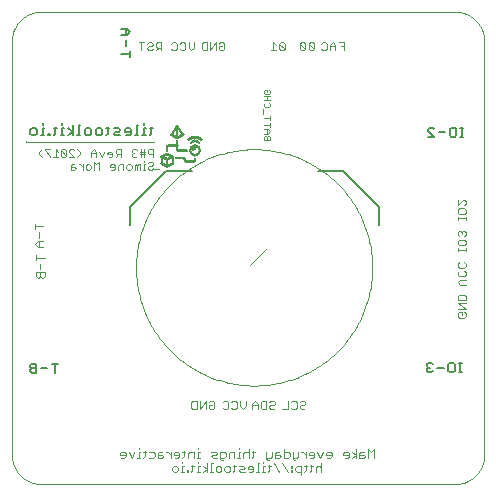
<source format=gbo>
G75*
%MOIN*%
%OFA0B0*%
%FSLAX25Y25*%
%IPPOS*%
%LPD*%
%AMOC8*
5,1,8,0,0,1.08239X$1,22.5*
%
%ADD10C,0.00000*%
%ADD11C,0.00800*%
%ADD12C,0.00400*%
%ADD13C,0.00394*%
%ADD14C,0.00600*%
%ADD15R,0.00193X0.00028*%
%ADD16R,0.00303X0.00028*%
%ADD17R,0.00413X0.00028*%
%ADD18R,0.00524X0.00028*%
%ADD19R,0.00634X0.00028*%
%ADD20R,0.00744X0.00028*%
%ADD21R,0.00854X0.00028*%
%ADD22R,0.00965X0.00028*%
%ADD23R,0.01075X0.00028*%
%ADD24R,0.01185X0.00028*%
%ADD25R,0.01295X0.00028*%
%ADD26R,0.01406X0.00028*%
%ADD27R,0.01516X0.00028*%
%ADD28R,0.01626X0.00028*%
%ADD29R,0.01736X0.00028*%
%ADD30R,0.01846X0.00028*%
%ADD31R,0.01957X0.00028*%
%ADD32R,0.02067X0.00028*%
%ADD33R,0.02177X0.00028*%
%ADD34R,0.02287X0.00028*%
%ADD35R,0.02398X0.00028*%
%ADD36R,0.02508X0.00028*%
%ADD37R,0.02618X0.00028*%
%ADD38R,0.02728X0.00028*%
%ADD39R,0.02839X0.00028*%
%ADD40R,0.02949X0.00028*%
%ADD41R,0.03059X0.00028*%
%ADD42R,0.03169X0.00028*%
%ADD43R,0.03280X0.00028*%
%ADD44R,0.03390X0.00028*%
%ADD45R,0.03500X0.00028*%
%ADD46R,0.03610X0.00028*%
%ADD47R,0.01488X0.00028*%
%ADD48R,0.00661X0.00028*%
%ADD49R,0.01461X0.00028*%
%ADD50R,0.01433X0.00028*%
%ADD51R,0.01378X0.00028*%
%ADD52R,0.01323X0.00028*%
%ADD53R,0.01268X0.00028*%
%ADD54R,0.01240X0.00028*%
%ADD55R,0.01130X0.00028*%
%ADD56R,0.01020X0.00028*%
%ADD57R,0.00909X0.00028*%
%ADD58R,0.00799X0.00028*%
%ADD59R,0.00689X0.00028*%
%ADD60R,0.02756X0.00028*%
%ADD61R,0.03087X0.00028*%
%ADD62R,0.03197X0.00028*%
%ADD63R,0.03307X0.00028*%
%ADD64R,0.03362X0.00028*%
%ADD65R,0.03445X0.00028*%
%ADD66R,0.03528X0.00028*%
%ADD67R,0.03583X0.00028*%
%ADD68R,0.03638X0.00028*%
%ADD69R,0.03693X0.00028*%
%ADD70R,0.03720X0.00028*%
%ADD71R,0.03748X0.00028*%
%ADD72R,0.03803X0.00028*%
%ADD73R,0.03858X0.00028*%
%ADD74R,0.03913X0.00028*%
%ADD75R,0.03941X0.00028*%
%ADD76R,0.03969X0.00028*%
%ADD77R,0.04024X0.00028*%
%ADD78R,0.04079X0.00028*%
%ADD79R,0.00772X0.00028*%
%ADD80R,0.00717X0.00028*%
%ADD81R,0.00882X0.00028*%
%ADD82R,0.00992X0.00028*%
%ADD83R,0.01102X0.00028*%
%ADD84R,0.01213X0.00028*%
%ADD85R,0.01543X0.00028*%
%ADD86R,0.01654X0.00028*%
%ADD87R,0.01764X0.00028*%
%ADD88R,0.01874X0.00028*%
%ADD89R,0.01984X0.00028*%
%ADD90R,0.02094X0.00028*%
%ADD91R,0.03142X0.00028*%
%ADD92R,0.02205X0.00028*%
%ADD93R,0.02315X0.00028*%
%ADD94R,0.02425X0.00028*%
%ADD95R,0.03224X0.00028*%
%ADD96R,0.02535X0.00028*%
%ADD97R,0.00606X0.00028*%
%ADD98R,0.02646X0.00028*%
%ADD99R,0.00579X0.00028*%
%ADD100R,0.00551X0.00028*%
%ADD101R,0.02866X0.00028*%
%ADD102R,0.00496X0.00028*%
%ADD103R,0.02122X0.00028*%
%ADD104R,0.00441X0.00028*%
%ADD105R,0.00386X0.00028*%
%ADD106R,0.02012X0.00028*%
%ADD107R,0.00276X0.00028*%
%ADD108R,0.03114X0.00028*%
%ADD109R,0.00083X0.00028*%
%ADD110R,0.01902X0.00028*%
%ADD111R,0.01791X0.00028*%
%ADD112R,0.03031X0.00028*%
%ADD113R,0.03004X0.00028*%
%ADD114R,0.01681X0.00028*%
%ADD115R,0.02894X0.00028*%
%ADD116R,0.01571X0.00028*%
%ADD117R,0.02811X0.00028*%
%ADD118R,0.02563X0.00028*%
%ADD119R,0.01350X0.00028*%
%ADD120R,0.01157X0.00028*%
%ADD121R,0.00331X0.00028*%
%ADD122R,0.00937X0.00028*%
%ADD123R,0.02976X0.00028*%
%ADD124R,0.02039X0.00028*%
%ADD125R,0.02150X0.00028*%
%ADD126R,0.02260X0.00028*%
%ADD127R,0.02370X0.00028*%
%ADD128R,0.02480X0.00028*%
%ADD129R,0.02591X0.00028*%
%ADD130R,0.02701X0.00028*%
%ADD131R,0.00827X0.00028*%
%ADD132R,0.00165X0.00028*%
%ADD133R,0.03252X0.00028*%
%ADD134R,0.00469X0.00028*%
%ADD135R,0.03417X0.00028*%
%ADD136R,0.03555X0.00028*%
%ADD137R,0.03665X0.00028*%
%ADD138R,0.01047X0.00028*%
%ADD139R,0.03886X0.00028*%
%ADD140R,0.03831X0.00028*%
%ADD141R,0.03776X0.00028*%
%ADD142R,0.00220X0.00028*%
%ADD143R,0.00248X0.00028*%
%ADD144R,0.00358X0.00028*%
%ADD145R,0.02453X0.00028*%
%ADD146R,0.02343X0.00028*%
%ADD147R,0.03335X0.00028*%
%ADD148R,0.02232X0.00028*%
%ADD149R,0.02921X0.00028*%
%ADD150R,0.02673X0.00028*%
%ADD151R,0.02783X0.00028*%
%ADD152R,0.01929X0.00028*%
%ADD153R,0.01819X0.00028*%
%ADD154R,0.00110X0.00028*%
%ADD155R,0.07874X0.00157*%
%ADD156C,0.00300*%
%ADD157C,0.00500*%
D10*
X0010843Y0001300D02*
X0148638Y0001300D01*
X0148876Y0001303D01*
X0149114Y0001311D01*
X0149351Y0001326D01*
X0149588Y0001346D01*
X0149824Y0001372D01*
X0150060Y0001403D01*
X0150295Y0001440D01*
X0150529Y0001483D01*
X0150762Y0001532D01*
X0150994Y0001586D01*
X0151224Y0001646D01*
X0151453Y0001711D01*
X0151680Y0001782D01*
X0151905Y0001858D01*
X0152128Y0001940D01*
X0152350Y0002027D01*
X0152569Y0002119D01*
X0152786Y0002217D01*
X0153000Y0002319D01*
X0153212Y0002427D01*
X0153422Y0002541D01*
X0153628Y0002659D01*
X0153832Y0002782D01*
X0154032Y0002910D01*
X0154229Y0003042D01*
X0154424Y0003180D01*
X0154614Y0003322D01*
X0154802Y0003469D01*
X0154985Y0003620D01*
X0155165Y0003775D01*
X0155341Y0003935D01*
X0155513Y0004099D01*
X0155682Y0004268D01*
X0155846Y0004440D01*
X0156006Y0004616D01*
X0156161Y0004796D01*
X0156312Y0004979D01*
X0156459Y0005167D01*
X0156601Y0005357D01*
X0156739Y0005552D01*
X0156871Y0005749D01*
X0156999Y0005949D01*
X0157122Y0006153D01*
X0157240Y0006359D01*
X0157354Y0006569D01*
X0157462Y0006781D01*
X0157564Y0006995D01*
X0157662Y0007212D01*
X0157754Y0007431D01*
X0157841Y0007653D01*
X0157923Y0007876D01*
X0157999Y0008101D01*
X0158070Y0008328D01*
X0158135Y0008557D01*
X0158195Y0008787D01*
X0158249Y0009019D01*
X0158298Y0009252D01*
X0158341Y0009486D01*
X0158378Y0009721D01*
X0158409Y0009957D01*
X0158435Y0010193D01*
X0158455Y0010430D01*
X0158470Y0010667D01*
X0158478Y0010905D01*
X0158481Y0011143D01*
X0158480Y0011143D02*
X0158480Y0148938D01*
X0158481Y0148938D02*
X0158478Y0149176D01*
X0158470Y0149414D01*
X0158455Y0149651D01*
X0158435Y0149888D01*
X0158409Y0150124D01*
X0158378Y0150360D01*
X0158341Y0150595D01*
X0158298Y0150829D01*
X0158249Y0151062D01*
X0158195Y0151294D01*
X0158135Y0151524D01*
X0158070Y0151753D01*
X0157999Y0151980D01*
X0157923Y0152205D01*
X0157841Y0152428D01*
X0157754Y0152650D01*
X0157662Y0152869D01*
X0157564Y0153086D01*
X0157462Y0153300D01*
X0157354Y0153512D01*
X0157240Y0153722D01*
X0157122Y0153928D01*
X0156999Y0154132D01*
X0156871Y0154332D01*
X0156739Y0154529D01*
X0156601Y0154724D01*
X0156459Y0154914D01*
X0156312Y0155102D01*
X0156161Y0155285D01*
X0156006Y0155465D01*
X0155846Y0155641D01*
X0155682Y0155813D01*
X0155513Y0155982D01*
X0155341Y0156146D01*
X0155165Y0156306D01*
X0154985Y0156461D01*
X0154802Y0156612D01*
X0154614Y0156759D01*
X0154424Y0156901D01*
X0154229Y0157039D01*
X0154032Y0157171D01*
X0153832Y0157299D01*
X0153628Y0157422D01*
X0153422Y0157540D01*
X0153212Y0157654D01*
X0153000Y0157762D01*
X0152786Y0157864D01*
X0152569Y0157962D01*
X0152350Y0158054D01*
X0152128Y0158141D01*
X0151905Y0158223D01*
X0151680Y0158299D01*
X0151453Y0158370D01*
X0151224Y0158435D01*
X0150994Y0158495D01*
X0150762Y0158549D01*
X0150529Y0158598D01*
X0150295Y0158641D01*
X0150060Y0158678D01*
X0149824Y0158709D01*
X0149588Y0158735D01*
X0149351Y0158755D01*
X0149114Y0158770D01*
X0148876Y0158778D01*
X0148638Y0158781D01*
X0148638Y0158780D02*
X0010843Y0158780D01*
X0010843Y0158781D02*
X0010605Y0158778D01*
X0010367Y0158770D01*
X0010130Y0158755D01*
X0009893Y0158735D01*
X0009657Y0158709D01*
X0009421Y0158678D01*
X0009186Y0158641D01*
X0008952Y0158598D01*
X0008719Y0158549D01*
X0008487Y0158495D01*
X0008257Y0158435D01*
X0008028Y0158370D01*
X0007801Y0158299D01*
X0007576Y0158223D01*
X0007353Y0158141D01*
X0007131Y0158054D01*
X0006912Y0157962D01*
X0006695Y0157864D01*
X0006481Y0157762D01*
X0006269Y0157654D01*
X0006059Y0157540D01*
X0005853Y0157422D01*
X0005649Y0157299D01*
X0005449Y0157171D01*
X0005252Y0157039D01*
X0005057Y0156901D01*
X0004867Y0156759D01*
X0004679Y0156612D01*
X0004496Y0156461D01*
X0004316Y0156306D01*
X0004140Y0156146D01*
X0003968Y0155982D01*
X0003799Y0155813D01*
X0003635Y0155641D01*
X0003475Y0155465D01*
X0003320Y0155285D01*
X0003169Y0155102D01*
X0003022Y0154914D01*
X0002880Y0154724D01*
X0002742Y0154529D01*
X0002610Y0154332D01*
X0002482Y0154132D01*
X0002359Y0153928D01*
X0002241Y0153722D01*
X0002127Y0153512D01*
X0002019Y0153300D01*
X0001917Y0153086D01*
X0001819Y0152869D01*
X0001727Y0152650D01*
X0001640Y0152428D01*
X0001558Y0152205D01*
X0001482Y0151980D01*
X0001411Y0151753D01*
X0001346Y0151524D01*
X0001286Y0151294D01*
X0001232Y0151062D01*
X0001183Y0150829D01*
X0001140Y0150595D01*
X0001103Y0150360D01*
X0001072Y0150124D01*
X0001046Y0149888D01*
X0001026Y0149651D01*
X0001011Y0149414D01*
X0001003Y0149176D01*
X0001000Y0148938D01*
X0001000Y0011143D01*
X0001003Y0010905D01*
X0001011Y0010667D01*
X0001026Y0010430D01*
X0001046Y0010193D01*
X0001072Y0009957D01*
X0001103Y0009721D01*
X0001140Y0009486D01*
X0001183Y0009252D01*
X0001232Y0009019D01*
X0001286Y0008787D01*
X0001346Y0008557D01*
X0001411Y0008328D01*
X0001482Y0008101D01*
X0001558Y0007876D01*
X0001640Y0007653D01*
X0001727Y0007431D01*
X0001819Y0007212D01*
X0001917Y0006995D01*
X0002019Y0006781D01*
X0002127Y0006569D01*
X0002241Y0006359D01*
X0002359Y0006153D01*
X0002482Y0005949D01*
X0002610Y0005749D01*
X0002742Y0005552D01*
X0002880Y0005357D01*
X0003022Y0005167D01*
X0003169Y0004979D01*
X0003320Y0004796D01*
X0003475Y0004616D01*
X0003635Y0004440D01*
X0003799Y0004268D01*
X0003968Y0004099D01*
X0004140Y0003935D01*
X0004316Y0003775D01*
X0004496Y0003620D01*
X0004679Y0003469D01*
X0004867Y0003322D01*
X0005057Y0003180D01*
X0005252Y0003042D01*
X0005449Y0002910D01*
X0005649Y0002782D01*
X0005853Y0002659D01*
X0006059Y0002541D01*
X0006269Y0002427D01*
X0006481Y0002319D01*
X0006695Y0002217D01*
X0006912Y0002119D01*
X0007131Y0002027D01*
X0007353Y0001940D01*
X0007576Y0001858D01*
X0007801Y0001782D01*
X0008028Y0001711D01*
X0008257Y0001646D01*
X0008487Y0001586D01*
X0008719Y0001532D01*
X0008952Y0001483D01*
X0009186Y0001440D01*
X0009421Y0001403D01*
X0009657Y0001372D01*
X0009893Y0001346D01*
X0010130Y0001326D01*
X0010367Y0001311D01*
X0010605Y0001303D01*
X0010843Y0001300D01*
X0048195Y0106203D02*
X0048195Y0106258D01*
X0048168Y0106258D01*
X0048159Y0106249D01*
X0048159Y0106230D01*
X0048168Y0106221D01*
X0048195Y0106221D01*
X0048209Y0106221D02*
X0048209Y0106249D01*
X0048218Y0106258D01*
X0048228Y0106249D01*
X0048228Y0106221D01*
X0048246Y0106221D02*
X0048246Y0106258D01*
X0048237Y0106258D01*
X0048228Y0106249D01*
X0048260Y0106249D02*
X0048269Y0106258D01*
X0048297Y0106258D01*
X0048297Y0106276D02*
X0048297Y0106221D01*
X0048269Y0106221D01*
X0048260Y0106230D01*
X0048260Y0106249D01*
X0048313Y0106230D02*
X0048313Y0106221D01*
X0048322Y0106221D01*
X0048322Y0106230D01*
X0048313Y0106230D01*
X0048336Y0106221D02*
X0048364Y0106221D01*
X0048373Y0106230D01*
X0048373Y0106249D01*
X0048364Y0106258D01*
X0048336Y0106258D01*
X0048387Y0106258D02*
X0048414Y0106258D01*
X0048424Y0106249D01*
X0048424Y0106230D01*
X0048414Y0106221D01*
X0048387Y0106221D01*
X0048438Y0106212D02*
X0048474Y0106212D01*
X0048488Y0106230D02*
X0048488Y0106240D01*
X0048498Y0106249D01*
X0048525Y0106249D01*
X0048525Y0106230D01*
X0048516Y0106221D01*
X0048498Y0106221D01*
X0048488Y0106230D01*
X0048507Y0106267D02*
X0048525Y0106249D01*
X0048507Y0106267D02*
X0048488Y0106276D01*
X0048558Y0106276D02*
X0048558Y0106221D01*
X0048576Y0106221D02*
X0048539Y0106221D01*
X0048590Y0106230D02*
X0048590Y0106267D01*
X0048599Y0106276D01*
X0048617Y0106276D01*
X0048627Y0106267D01*
X0048627Y0106258D01*
X0048617Y0106249D01*
X0048590Y0106249D01*
X0048576Y0106258D02*
X0048558Y0106276D01*
X0048590Y0106230D02*
X0048599Y0106221D01*
X0048617Y0106221D01*
X0048627Y0106230D01*
X0048641Y0106230D02*
X0048650Y0106221D01*
X0048668Y0106221D01*
X0048677Y0106230D01*
X0048691Y0106249D02*
X0048728Y0106249D01*
X0048701Y0106276D01*
X0048701Y0106221D01*
X0048742Y0106221D02*
X0048779Y0106221D01*
X0048793Y0106212D02*
X0048830Y0106212D01*
X0048844Y0106221D02*
X0048844Y0106249D01*
X0048853Y0106258D01*
X0048880Y0106258D01*
X0048880Y0106221D01*
X0048894Y0106221D02*
X0048894Y0106258D01*
X0048894Y0106221D02*
X0048922Y0106221D01*
X0048931Y0106230D01*
X0048931Y0106258D01*
X0048945Y0106249D02*
X0048954Y0106258D01*
X0048973Y0106258D01*
X0048982Y0106249D01*
X0048982Y0106230D01*
X0048973Y0106221D01*
X0048954Y0106221D01*
X0048945Y0106230D01*
X0048945Y0106249D01*
X0048996Y0106249D02*
X0048996Y0106221D01*
X0048996Y0106249D02*
X0049005Y0106258D01*
X0049033Y0106258D01*
X0049033Y0106221D01*
X0049083Y0106221D02*
X0049047Y0106276D01*
X0049097Y0106249D02*
X0049097Y0106230D01*
X0049107Y0106221D01*
X0049134Y0106221D01*
X0049148Y0106230D02*
X0049148Y0106249D01*
X0049157Y0106258D01*
X0049176Y0106258D01*
X0049185Y0106249D01*
X0049185Y0106230D01*
X0049176Y0106221D01*
X0049157Y0106221D01*
X0049148Y0106230D01*
X0049134Y0106203D02*
X0049134Y0106258D01*
X0049107Y0106258D01*
X0049097Y0106249D01*
X0049200Y0106258D02*
X0049219Y0106258D01*
X0049210Y0106267D02*
X0049210Y0106230D01*
X0049200Y0106221D01*
X0049233Y0106221D02*
X0049261Y0106240D01*
X0049233Y0106258D01*
X0049261Y0106276D02*
X0049261Y0106221D01*
X0049275Y0106230D02*
X0049284Y0106240D01*
X0049303Y0106240D01*
X0049312Y0106249D01*
X0049303Y0106258D01*
X0049275Y0106258D01*
X0049275Y0106230D02*
X0049284Y0106221D01*
X0049312Y0106221D01*
X0049335Y0106221D02*
X0049353Y0106221D01*
X0049363Y0106230D01*
X0049363Y0106249D01*
X0049353Y0106258D01*
X0049335Y0106258D01*
X0049326Y0106249D01*
X0049326Y0106240D01*
X0049363Y0106240D01*
X0049377Y0106230D02*
X0049377Y0106267D01*
X0049386Y0106276D01*
X0049413Y0106276D01*
X0049413Y0106221D01*
X0049386Y0106221D01*
X0049377Y0106230D01*
X0049427Y0106276D02*
X0049464Y0106221D01*
X0049487Y0106221D02*
X0049506Y0106221D01*
X0049515Y0106230D01*
X0049515Y0106249D01*
X0049506Y0106258D01*
X0049487Y0106258D01*
X0049478Y0106249D01*
X0049478Y0106240D01*
X0049515Y0106240D01*
X0049529Y0106249D02*
X0049529Y0106221D01*
X0049529Y0106249D02*
X0049538Y0106258D01*
X0049566Y0106258D01*
X0049566Y0106221D01*
X0049580Y0106230D02*
X0049580Y0106249D01*
X0049589Y0106258D01*
X0049607Y0106258D01*
X0049616Y0106249D01*
X0049616Y0106230D01*
X0049607Y0106221D01*
X0049589Y0106221D01*
X0049580Y0106230D01*
X0049630Y0106221D02*
X0049630Y0106249D01*
X0049639Y0106258D01*
X0049649Y0106249D01*
X0049649Y0106221D01*
X0049667Y0106221D02*
X0049667Y0106258D01*
X0049658Y0106258D01*
X0049649Y0106249D01*
X0049683Y0106221D02*
X0049701Y0106221D01*
X0049692Y0106221D02*
X0049692Y0106258D01*
X0049701Y0106258D01*
X0049715Y0106267D02*
X0049724Y0106276D01*
X0049742Y0106276D01*
X0049752Y0106267D01*
X0049752Y0106258D01*
X0049742Y0106249D01*
X0049724Y0106249D01*
X0049715Y0106240D01*
X0049715Y0106230D01*
X0049724Y0106221D01*
X0049742Y0106221D01*
X0049752Y0106230D01*
X0049766Y0106276D02*
X0049802Y0106221D01*
X0049816Y0106230D02*
X0049826Y0106240D01*
X0049844Y0106240D01*
X0049853Y0106249D01*
X0049844Y0106258D01*
X0049816Y0106258D01*
X0049816Y0106230D02*
X0049826Y0106221D01*
X0049853Y0106221D01*
X0049868Y0106258D02*
X0049877Y0106258D01*
X0049895Y0106240D01*
X0049909Y0106240D02*
X0049946Y0106240D01*
X0049946Y0106249D02*
X0049937Y0106258D01*
X0049919Y0106258D01*
X0049909Y0106249D01*
X0049909Y0106240D01*
X0049919Y0106221D02*
X0049937Y0106221D01*
X0049946Y0106230D01*
X0049946Y0106249D01*
X0049960Y0106258D02*
X0049988Y0106258D01*
X0049997Y0106249D01*
X0049988Y0106240D01*
X0049969Y0106240D01*
X0049960Y0106230D01*
X0049969Y0106221D01*
X0049997Y0106221D01*
X0050011Y0106230D02*
X0050011Y0106276D01*
X0050048Y0106276D02*
X0050048Y0106230D01*
X0050038Y0106221D01*
X0050020Y0106221D01*
X0050011Y0106230D01*
X0050062Y0106276D02*
X0050098Y0106221D01*
X0049895Y0106221D02*
X0049895Y0106258D01*
X0049692Y0106276D02*
X0049692Y0106286D01*
X0048779Y0106258D02*
X0048761Y0106276D01*
X0048761Y0106221D01*
X0048677Y0106267D02*
X0048668Y0106276D01*
X0048650Y0106276D01*
X0048641Y0106267D01*
X0048641Y0106258D01*
X0048650Y0106249D01*
X0048641Y0106240D01*
X0048641Y0106230D01*
X0048650Y0106249D02*
X0048659Y0106249D01*
D11*
X0040466Y0143761D02*
X0040466Y0145854D01*
X0040466Y0144807D02*
X0037326Y0144807D01*
X0038896Y0147386D02*
X0038896Y0149479D01*
X0038896Y0151011D02*
X0038896Y0153104D01*
X0039419Y0153104D02*
X0037326Y0153104D01*
X0037326Y0151011D02*
X0039419Y0151011D01*
X0040466Y0152058D01*
X0039419Y0153104D01*
X0139784Y0119653D02*
X0140307Y0120177D01*
X0141354Y0120177D01*
X0141877Y0119653D01*
X0143409Y0118607D02*
X0145502Y0118607D01*
X0147034Y0117560D02*
X0147034Y0119653D01*
X0147557Y0120177D01*
X0148604Y0120177D01*
X0149127Y0119653D01*
X0149127Y0117560D01*
X0148604Y0117037D01*
X0147557Y0117037D01*
X0147034Y0117560D01*
X0150498Y0117037D02*
X0151544Y0117037D01*
X0151021Y0117037D02*
X0151021Y0120177D01*
X0151544Y0120177D02*
X0150498Y0120177D01*
X0141877Y0117037D02*
X0139784Y0119130D01*
X0139784Y0119653D01*
X0139784Y0117037D02*
X0141877Y0117037D01*
X0140827Y0041756D02*
X0139780Y0041756D01*
X0139257Y0041233D01*
X0139257Y0040710D01*
X0139780Y0040186D01*
X0139257Y0039663D01*
X0139257Y0039140D01*
X0139780Y0038617D01*
X0140827Y0038617D01*
X0141350Y0039140D01*
X0140304Y0040186D02*
X0139780Y0040186D01*
X0141350Y0041233D02*
X0140827Y0041756D01*
X0142882Y0040186D02*
X0144975Y0040186D01*
X0146507Y0039140D02*
X0146507Y0041233D01*
X0147031Y0041756D01*
X0148077Y0041756D01*
X0148601Y0041233D01*
X0148601Y0039140D01*
X0148077Y0038617D01*
X0147031Y0038617D01*
X0146507Y0039140D01*
X0149971Y0038617D02*
X0151017Y0038617D01*
X0150494Y0038617D02*
X0150494Y0041756D01*
X0151017Y0041756D02*
X0149971Y0041756D01*
X0016450Y0041485D02*
X0014356Y0041485D01*
X0015403Y0041485D02*
X0015403Y0038346D01*
X0012824Y0039916D02*
X0010731Y0039916D01*
X0009199Y0039916D02*
X0007629Y0039916D01*
X0007106Y0039392D01*
X0007106Y0038869D01*
X0007629Y0038346D01*
X0009199Y0038346D01*
X0009199Y0041485D01*
X0007629Y0041485D01*
X0007106Y0040962D01*
X0007106Y0040439D01*
X0007629Y0039916D01*
D12*
X0009606Y0070115D02*
X0010065Y0070115D01*
X0010523Y0070573D01*
X0010523Y0071949D01*
X0010523Y0073015D02*
X0010523Y0074849D01*
X0009147Y0075915D02*
X0009147Y0077750D01*
X0009147Y0076832D02*
X0011899Y0076832D01*
X0011399Y0080505D02*
X0009565Y0080505D01*
X0008647Y0081423D01*
X0009565Y0082340D01*
X0011399Y0082340D01*
X0010023Y0082340D02*
X0010023Y0080505D01*
X0010023Y0083405D02*
X0010023Y0085240D01*
X0008647Y0086306D02*
X0008647Y0088140D01*
X0008647Y0087223D02*
X0011399Y0087223D01*
X0011899Y0071949D02*
X0009147Y0071949D01*
X0009147Y0070573D01*
X0009606Y0070115D01*
X0010523Y0070573D02*
X0010982Y0070115D01*
X0011441Y0070115D01*
X0011899Y0070573D01*
X0011899Y0071949D01*
X0020612Y0106162D02*
X0021889Y0106162D01*
X0022315Y0106588D01*
X0021889Y0107014D01*
X0020612Y0107014D01*
X0020612Y0107440D02*
X0020612Y0106162D01*
X0020612Y0107440D02*
X0021038Y0107865D01*
X0021889Y0107865D01*
X0023303Y0107865D02*
X0023729Y0107865D01*
X0024581Y0107014D01*
X0024581Y0107865D02*
X0024581Y0106162D01*
X0025596Y0106588D02*
X0025596Y0107440D01*
X0026022Y0107865D01*
X0026874Y0107865D01*
X0027300Y0107440D01*
X0027300Y0106588D01*
X0026874Y0106162D01*
X0026022Y0106162D01*
X0025596Y0106588D01*
X0028315Y0106162D02*
X0028315Y0108717D01*
X0029167Y0107865D01*
X0030018Y0108717D01*
X0030018Y0106162D01*
X0029112Y0110399D02*
X0029112Y0112102D01*
X0028261Y0112954D01*
X0027409Y0112102D01*
X0027409Y0110399D01*
X0027409Y0111677D02*
X0029112Y0111677D01*
X0030128Y0112102D02*
X0030979Y0110399D01*
X0031831Y0112102D01*
X0032847Y0111677D02*
X0032847Y0111251D01*
X0034550Y0111251D01*
X0034550Y0111677D02*
X0034124Y0112102D01*
X0033272Y0112102D01*
X0032847Y0111677D01*
X0033272Y0110399D02*
X0034124Y0110399D01*
X0034550Y0110825D01*
X0034550Y0111677D01*
X0035565Y0111677D02*
X0035565Y0112528D01*
X0035991Y0112954D01*
X0037269Y0112954D01*
X0037269Y0110399D01*
X0037269Y0111251D02*
X0035991Y0111251D01*
X0035565Y0111677D01*
X0036417Y0111251D02*
X0035565Y0110399D01*
X0035030Y0107865D02*
X0034179Y0107865D01*
X0033753Y0107440D01*
X0033753Y0107014D01*
X0035456Y0107014D01*
X0035456Y0106588D02*
X0035456Y0107440D01*
X0035030Y0107865D01*
X0035456Y0106588D02*
X0035030Y0106162D01*
X0034179Y0106162D01*
X0036472Y0106162D02*
X0036472Y0107440D01*
X0036898Y0107865D01*
X0038175Y0107865D01*
X0038175Y0106162D01*
X0039191Y0106588D02*
X0039191Y0107440D01*
X0039616Y0107865D01*
X0040468Y0107865D01*
X0040894Y0107440D01*
X0040894Y0106588D01*
X0040468Y0106162D01*
X0039616Y0106162D01*
X0039191Y0106588D01*
X0041909Y0106162D02*
X0041909Y0107440D01*
X0042335Y0107865D01*
X0042761Y0107440D01*
X0042761Y0106162D01*
X0043613Y0106162D02*
X0043613Y0107865D01*
X0043187Y0107865D01*
X0042761Y0107440D01*
X0044574Y0106162D02*
X0045425Y0106162D01*
X0044999Y0106162D02*
X0044999Y0107865D01*
X0045425Y0107865D01*
X0044999Y0108717D02*
X0044999Y0109143D01*
X0044999Y0110399D02*
X0044999Y0112954D01*
X0044148Y0112954D02*
X0044148Y0110399D01*
X0043722Y0111251D02*
X0045425Y0111251D01*
X0045425Y0112102D02*
X0044148Y0112102D01*
X0043722Y0112102D01*
X0042706Y0112528D02*
X0042281Y0112954D01*
X0041429Y0112954D01*
X0041003Y0112528D01*
X0041003Y0112102D01*
X0041429Y0111677D01*
X0041003Y0111251D01*
X0041003Y0110825D01*
X0041429Y0110399D01*
X0042281Y0110399D01*
X0042706Y0110825D01*
X0041855Y0111677D02*
X0041429Y0111677D01*
X0046441Y0111677D02*
X0046867Y0111251D01*
X0048144Y0111251D01*
X0048144Y0110399D02*
X0048144Y0112954D01*
X0046867Y0112954D01*
X0046441Y0112528D01*
X0046441Y0111677D01*
X0046867Y0108717D02*
X0047718Y0108717D01*
X0048144Y0108291D01*
X0048144Y0107865D01*
X0047718Y0107440D01*
X0046867Y0107440D01*
X0046441Y0107014D01*
X0046441Y0106588D01*
X0046867Y0106162D01*
X0047718Y0106162D01*
X0048144Y0106588D01*
X0046441Y0108291D02*
X0046867Y0108717D01*
X0023674Y0111251D02*
X0022823Y0110399D01*
X0021862Y0110399D02*
X0020159Y0112102D01*
X0020159Y0112528D01*
X0020584Y0112954D01*
X0021436Y0112954D01*
X0021862Y0112528D01*
X0022823Y0112954D02*
X0023674Y0112102D01*
X0023674Y0111251D01*
X0021862Y0110399D02*
X0020159Y0110399D01*
X0019143Y0110825D02*
X0017440Y0112528D01*
X0017440Y0110825D01*
X0017866Y0110399D01*
X0018717Y0110399D01*
X0019143Y0110825D01*
X0019143Y0112528D01*
X0018717Y0112954D01*
X0017866Y0112954D01*
X0017440Y0112528D01*
X0016424Y0112102D02*
X0015573Y0112954D01*
X0015573Y0110399D01*
X0016424Y0110399D02*
X0014721Y0110399D01*
X0013705Y0110399D02*
X0013705Y0110825D01*
X0012002Y0112528D01*
X0012002Y0112954D01*
X0013705Y0112954D01*
X0010987Y0112954D02*
X0010135Y0112102D01*
X0010135Y0111251D01*
X0010987Y0110399D01*
X0044158Y0145890D02*
X0044158Y0148642D01*
X0045075Y0148642D02*
X0043241Y0148642D01*
X0046141Y0148183D02*
X0046600Y0148642D01*
X0047517Y0148642D01*
X0047975Y0148183D01*
X0047975Y0147724D01*
X0047517Y0147266D01*
X0046600Y0147266D01*
X0046141Y0146807D01*
X0046141Y0146348D01*
X0046600Y0145890D01*
X0047517Y0145890D01*
X0047975Y0146348D01*
X0049041Y0145890D02*
X0049958Y0146807D01*
X0049500Y0146807D02*
X0050876Y0146807D01*
X0050876Y0145890D02*
X0050876Y0148642D01*
X0049500Y0148642D01*
X0049041Y0148183D01*
X0049041Y0147266D01*
X0049500Y0146807D01*
X0054141Y0146348D02*
X0054599Y0145890D01*
X0055517Y0145890D01*
X0055975Y0146348D01*
X0055975Y0148183D01*
X0055517Y0148642D01*
X0054599Y0148642D01*
X0054141Y0148183D01*
X0057041Y0148183D02*
X0057500Y0148642D01*
X0058417Y0148642D01*
X0058875Y0148183D01*
X0058875Y0146348D01*
X0058417Y0145890D01*
X0057500Y0145890D01*
X0057041Y0146348D01*
X0059941Y0146807D02*
X0059941Y0148642D01*
X0061776Y0148642D02*
X0061776Y0146807D01*
X0060858Y0145890D01*
X0059941Y0146807D01*
X0064241Y0146348D02*
X0064241Y0148183D01*
X0064699Y0148642D01*
X0066075Y0148642D01*
X0066075Y0145890D01*
X0064699Y0145890D01*
X0064241Y0146348D01*
X0067141Y0145890D02*
X0067141Y0148642D01*
X0068975Y0148642D02*
X0067141Y0145890D01*
X0068975Y0145890D02*
X0068975Y0148642D01*
X0070041Y0148183D02*
X0070500Y0148642D01*
X0071417Y0148642D01*
X0071876Y0148183D01*
X0071876Y0146348D01*
X0071417Y0145890D01*
X0070500Y0145890D01*
X0070041Y0146348D01*
X0070041Y0147266D01*
X0070958Y0147266D01*
X0087241Y0145890D02*
X0089075Y0145890D01*
X0088158Y0145890D02*
X0088158Y0148642D01*
X0089075Y0147724D01*
X0090141Y0148183D02*
X0090141Y0146348D01*
X0090600Y0145890D01*
X0091517Y0145890D01*
X0091976Y0146348D01*
X0090141Y0148183D01*
X0090600Y0148642D01*
X0091517Y0148642D01*
X0091976Y0148183D01*
X0091976Y0146348D01*
X0097041Y0146348D02*
X0097500Y0145890D01*
X0098417Y0145890D01*
X0098875Y0146348D01*
X0097041Y0148183D01*
X0097041Y0146348D01*
X0098875Y0146348D02*
X0098875Y0148183D01*
X0098417Y0148642D01*
X0097500Y0148642D01*
X0097041Y0148183D01*
X0099941Y0148183D02*
X0099941Y0146348D01*
X0100400Y0145890D01*
X0101317Y0145890D01*
X0101776Y0146348D01*
X0099941Y0148183D01*
X0100400Y0148642D01*
X0101317Y0148642D01*
X0101776Y0148183D01*
X0101776Y0146348D01*
X0104141Y0146348D02*
X0104599Y0145890D01*
X0105517Y0145890D01*
X0105975Y0146348D01*
X0105975Y0148183D01*
X0105517Y0148642D01*
X0104599Y0148642D01*
X0104141Y0148183D01*
X0107041Y0147724D02*
X0107041Y0145890D01*
X0107041Y0147266D02*
X0108875Y0147266D01*
X0108875Y0147724D02*
X0108875Y0145890D01*
X0108875Y0147724D02*
X0107958Y0148642D01*
X0107041Y0147724D01*
X0109941Y0148642D02*
X0111776Y0148642D01*
X0111776Y0145890D01*
X0111776Y0147266D02*
X0110858Y0147266D01*
X0149599Y0096118D02*
X0149599Y0094283D01*
X0151434Y0096118D01*
X0151893Y0096118D01*
X0152351Y0095659D01*
X0152351Y0094742D01*
X0151893Y0094283D01*
X0151893Y0093218D02*
X0152351Y0092759D01*
X0152351Y0091842D01*
X0151893Y0091383D01*
X0150058Y0091383D01*
X0149599Y0091842D01*
X0149599Y0092759D01*
X0150058Y0093218D01*
X0151893Y0093218D01*
X0152351Y0090367D02*
X0152351Y0089450D01*
X0152351Y0089908D02*
X0149599Y0089908D01*
X0149599Y0089450D02*
X0149599Y0090367D01*
X0150058Y0085718D02*
X0149599Y0085259D01*
X0149599Y0084342D01*
X0150058Y0083883D01*
X0150058Y0082818D02*
X0151893Y0082818D01*
X0152351Y0082359D01*
X0152351Y0081442D01*
X0151893Y0080983D01*
X0150058Y0080983D01*
X0149599Y0081442D01*
X0149599Y0082359D01*
X0150058Y0082818D01*
X0150975Y0084800D02*
X0150975Y0085259D01*
X0150517Y0085718D01*
X0150058Y0085718D01*
X0150975Y0085259D02*
X0151434Y0085718D01*
X0151893Y0085718D01*
X0152351Y0085259D01*
X0152351Y0084342D01*
X0151893Y0083883D01*
X0152351Y0079967D02*
X0152351Y0079050D01*
X0152351Y0079508D02*
X0149599Y0079508D01*
X0149599Y0079050D02*
X0149599Y0079967D01*
X0150058Y0075273D02*
X0149599Y0074815D01*
X0149599Y0073897D01*
X0150058Y0073439D01*
X0151893Y0073439D01*
X0152351Y0073897D01*
X0152351Y0074815D01*
X0151893Y0075273D01*
X0151893Y0072373D02*
X0152351Y0071915D01*
X0152351Y0070997D01*
X0151893Y0070539D01*
X0150058Y0070539D01*
X0149599Y0070997D01*
X0149599Y0071915D01*
X0150058Y0072373D01*
X0150517Y0069473D02*
X0152351Y0069473D01*
X0152351Y0067639D02*
X0150517Y0067639D01*
X0149599Y0068556D01*
X0150517Y0069473D01*
X0150058Y0064458D02*
X0151893Y0064458D01*
X0152351Y0064000D01*
X0152351Y0062624D01*
X0149599Y0062624D01*
X0149599Y0064000D01*
X0150058Y0064458D01*
X0149599Y0061558D02*
X0152351Y0061558D01*
X0152351Y0059724D02*
X0149599Y0061558D01*
X0149599Y0059724D02*
X0152351Y0059724D01*
X0151893Y0058658D02*
X0152351Y0058200D01*
X0152351Y0057282D01*
X0151893Y0056824D01*
X0150058Y0056824D01*
X0149599Y0057282D01*
X0149599Y0058200D01*
X0150058Y0058658D01*
X0150975Y0058658D01*
X0150975Y0057741D01*
X0098799Y0028643D02*
X0098799Y0028184D01*
X0098341Y0027726D01*
X0097423Y0027726D01*
X0096965Y0027267D01*
X0096965Y0026808D01*
X0097423Y0026350D01*
X0098341Y0026350D01*
X0098799Y0026808D01*
X0098799Y0028643D02*
X0098341Y0029102D01*
X0097423Y0029102D01*
X0096965Y0028643D01*
X0095899Y0028643D02*
X0095899Y0026808D01*
X0095440Y0026350D01*
X0094523Y0026350D01*
X0094064Y0026808D01*
X0092999Y0026350D02*
X0091164Y0026350D01*
X0092999Y0026350D02*
X0092999Y0029102D01*
X0094064Y0028643D02*
X0094523Y0029102D01*
X0095440Y0029102D01*
X0095899Y0028643D01*
X0088699Y0028643D02*
X0088699Y0028184D01*
X0088241Y0027726D01*
X0087323Y0027726D01*
X0086865Y0027267D01*
X0086865Y0026808D01*
X0087323Y0026350D01*
X0088241Y0026350D01*
X0088699Y0026808D01*
X0088699Y0028643D02*
X0088241Y0029102D01*
X0087323Y0029102D01*
X0086865Y0028643D01*
X0085799Y0029102D02*
X0085799Y0026350D01*
X0084423Y0026350D01*
X0083964Y0026808D01*
X0083964Y0028643D01*
X0084423Y0029102D01*
X0085799Y0029102D01*
X0082899Y0028184D02*
X0082899Y0026350D01*
X0082899Y0027726D02*
X0081064Y0027726D01*
X0081064Y0028184D02*
X0081064Y0026350D01*
X0081064Y0028184D02*
X0081982Y0029102D01*
X0082899Y0028184D01*
X0078899Y0027267D02*
X0077982Y0026350D01*
X0077065Y0027267D01*
X0077065Y0029102D01*
X0075999Y0028643D02*
X0075999Y0026808D01*
X0075540Y0026350D01*
X0074623Y0026350D01*
X0074164Y0026808D01*
X0073099Y0026808D02*
X0073099Y0028643D01*
X0072640Y0029102D01*
X0071723Y0029102D01*
X0071264Y0028643D01*
X0071264Y0026808D02*
X0071723Y0026350D01*
X0072640Y0026350D01*
X0073099Y0026808D01*
X0074164Y0028643D02*
X0074623Y0029102D01*
X0075540Y0029102D01*
X0075999Y0028643D01*
X0078899Y0029102D02*
X0078899Y0027267D01*
X0068499Y0026808D02*
X0068041Y0026350D01*
X0067123Y0026350D01*
X0066665Y0026808D01*
X0066665Y0027726D01*
X0067582Y0027726D01*
X0068499Y0028643D02*
X0068499Y0026808D01*
X0068499Y0028643D02*
X0068041Y0029102D01*
X0067123Y0029102D01*
X0066665Y0028643D01*
X0065599Y0029102D02*
X0065599Y0026350D01*
X0063764Y0026350D02*
X0063764Y0029102D01*
X0062699Y0029102D02*
X0061323Y0029102D01*
X0060864Y0028643D01*
X0060864Y0026808D01*
X0061323Y0026350D01*
X0062699Y0026350D01*
X0062699Y0029102D01*
X0065599Y0029102D02*
X0063764Y0026350D01*
D13*
X0042432Y0073551D02*
X0042444Y0074517D01*
X0042479Y0075483D01*
X0042539Y0076447D01*
X0042622Y0077410D01*
X0042728Y0078370D01*
X0042858Y0079328D01*
X0043012Y0080282D01*
X0043188Y0081232D01*
X0043389Y0082177D01*
X0043612Y0083117D01*
X0043858Y0084051D01*
X0044127Y0084980D01*
X0044419Y0085901D01*
X0044733Y0086814D01*
X0045070Y0087720D01*
X0045429Y0088617D01*
X0045810Y0089505D01*
X0046212Y0090384D01*
X0046636Y0091252D01*
X0047081Y0092110D01*
X0047547Y0092956D01*
X0048033Y0093791D01*
X0048540Y0094614D01*
X0049067Y0095424D01*
X0049614Y0096221D01*
X0050180Y0097004D01*
X0050765Y0097773D01*
X0051369Y0098527D01*
X0051991Y0099266D01*
X0052631Y0099990D01*
X0053288Y0100698D01*
X0053963Y0101390D01*
X0054655Y0102065D01*
X0055363Y0102722D01*
X0056087Y0103362D01*
X0056826Y0103984D01*
X0057580Y0104588D01*
X0058349Y0105173D01*
X0059132Y0105739D01*
X0059929Y0106286D01*
X0060739Y0106813D01*
X0061562Y0107320D01*
X0062397Y0107806D01*
X0063243Y0108272D01*
X0064101Y0108717D01*
X0064969Y0109141D01*
X0065848Y0109543D01*
X0066736Y0109924D01*
X0067633Y0110283D01*
X0068539Y0110620D01*
X0069452Y0110934D01*
X0070373Y0111226D01*
X0071302Y0111495D01*
X0072236Y0111741D01*
X0073176Y0111964D01*
X0074121Y0112165D01*
X0075071Y0112341D01*
X0076025Y0112495D01*
X0076983Y0112625D01*
X0077943Y0112731D01*
X0078906Y0112814D01*
X0079870Y0112874D01*
X0080836Y0112909D01*
X0081802Y0112921D01*
X0082768Y0112909D01*
X0083734Y0112874D01*
X0084698Y0112814D01*
X0085661Y0112731D01*
X0086621Y0112625D01*
X0087579Y0112495D01*
X0088533Y0112341D01*
X0089483Y0112165D01*
X0090428Y0111964D01*
X0091368Y0111741D01*
X0092302Y0111495D01*
X0093231Y0111226D01*
X0094152Y0110934D01*
X0095065Y0110620D01*
X0095971Y0110283D01*
X0096868Y0109924D01*
X0097756Y0109543D01*
X0098635Y0109141D01*
X0099503Y0108717D01*
X0100361Y0108272D01*
X0101207Y0107806D01*
X0102042Y0107320D01*
X0102865Y0106813D01*
X0103675Y0106286D01*
X0104472Y0105739D01*
X0105255Y0105173D01*
X0106024Y0104588D01*
X0106778Y0103984D01*
X0107517Y0103362D01*
X0108241Y0102722D01*
X0108949Y0102065D01*
X0109641Y0101390D01*
X0110316Y0100698D01*
X0110973Y0099990D01*
X0111613Y0099266D01*
X0112235Y0098527D01*
X0112839Y0097773D01*
X0113424Y0097004D01*
X0113990Y0096221D01*
X0114537Y0095424D01*
X0115064Y0094614D01*
X0115571Y0093791D01*
X0116057Y0092956D01*
X0116523Y0092110D01*
X0116968Y0091252D01*
X0117392Y0090384D01*
X0117794Y0089505D01*
X0118175Y0088617D01*
X0118534Y0087720D01*
X0118871Y0086814D01*
X0119185Y0085901D01*
X0119477Y0084980D01*
X0119746Y0084051D01*
X0119992Y0083117D01*
X0120215Y0082177D01*
X0120416Y0081232D01*
X0120592Y0080282D01*
X0120746Y0079328D01*
X0120876Y0078370D01*
X0120982Y0077410D01*
X0121065Y0076447D01*
X0121125Y0075483D01*
X0121160Y0074517D01*
X0121172Y0073551D01*
X0121160Y0072585D01*
X0121125Y0071619D01*
X0121065Y0070655D01*
X0120982Y0069692D01*
X0120876Y0068732D01*
X0120746Y0067774D01*
X0120592Y0066820D01*
X0120416Y0065870D01*
X0120215Y0064925D01*
X0119992Y0063985D01*
X0119746Y0063051D01*
X0119477Y0062122D01*
X0119185Y0061201D01*
X0118871Y0060288D01*
X0118534Y0059382D01*
X0118175Y0058485D01*
X0117794Y0057597D01*
X0117392Y0056718D01*
X0116968Y0055850D01*
X0116523Y0054992D01*
X0116057Y0054146D01*
X0115571Y0053311D01*
X0115064Y0052488D01*
X0114537Y0051678D01*
X0113990Y0050881D01*
X0113424Y0050098D01*
X0112839Y0049329D01*
X0112235Y0048575D01*
X0111613Y0047836D01*
X0110973Y0047112D01*
X0110316Y0046404D01*
X0109641Y0045712D01*
X0108949Y0045037D01*
X0108241Y0044380D01*
X0107517Y0043740D01*
X0106778Y0043118D01*
X0106024Y0042514D01*
X0105255Y0041929D01*
X0104472Y0041363D01*
X0103675Y0040816D01*
X0102865Y0040289D01*
X0102042Y0039782D01*
X0101207Y0039296D01*
X0100361Y0038830D01*
X0099503Y0038385D01*
X0098635Y0037961D01*
X0097756Y0037559D01*
X0096868Y0037178D01*
X0095971Y0036819D01*
X0095065Y0036482D01*
X0094152Y0036168D01*
X0093231Y0035876D01*
X0092302Y0035607D01*
X0091368Y0035361D01*
X0090428Y0035138D01*
X0089483Y0034937D01*
X0088533Y0034761D01*
X0087579Y0034607D01*
X0086621Y0034477D01*
X0085661Y0034371D01*
X0084698Y0034288D01*
X0083734Y0034228D01*
X0082768Y0034193D01*
X0081802Y0034181D01*
X0080836Y0034193D01*
X0079870Y0034228D01*
X0078906Y0034288D01*
X0077943Y0034371D01*
X0076983Y0034477D01*
X0076025Y0034607D01*
X0075071Y0034761D01*
X0074121Y0034937D01*
X0073176Y0035138D01*
X0072236Y0035361D01*
X0071302Y0035607D01*
X0070373Y0035876D01*
X0069452Y0036168D01*
X0068539Y0036482D01*
X0067633Y0036819D01*
X0066736Y0037178D01*
X0065848Y0037559D01*
X0064969Y0037961D01*
X0064101Y0038385D01*
X0063243Y0038830D01*
X0062397Y0039296D01*
X0061562Y0039782D01*
X0060739Y0040289D01*
X0059929Y0040816D01*
X0059132Y0041363D01*
X0058349Y0041929D01*
X0057580Y0042514D01*
X0056826Y0043118D01*
X0056087Y0043740D01*
X0055363Y0044380D01*
X0054655Y0045037D01*
X0053963Y0045712D01*
X0053288Y0046404D01*
X0052631Y0047112D01*
X0051991Y0047836D01*
X0051369Y0048575D01*
X0050765Y0049329D01*
X0050180Y0050098D01*
X0049614Y0050881D01*
X0049067Y0051678D01*
X0048540Y0052488D01*
X0048033Y0053311D01*
X0047547Y0054146D01*
X0047081Y0054992D01*
X0046636Y0055850D01*
X0046212Y0056718D01*
X0045810Y0057597D01*
X0045429Y0058485D01*
X0045070Y0059382D01*
X0044733Y0060288D01*
X0044419Y0061201D01*
X0044127Y0062122D01*
X0043858Y0063051D01*
X0043612Y0063985D01*
X0043389Y0064925D01*
X0043188Y0065870D01*
X0043012Y0066820D01*
X0042858Y0067774D01*
X0042728Y0068732D01*
X0042622Y0069692D01*
X0042539Y0070655D01*
X0042479Y0071619D01*
X0042444Y0072585D01*
X0042432Y0073551D01*
X0048244Y0115473D02*
X0005956Y0115473D01*
X0005956Y0115474D02*
X0005941Y0115475D01*
X0005927Y0115480D01*
X0005914Y0115487D01*
X0005902Y0115496D01*
X0005893Y0115508D01*
X0005886Y0115521D01*
X0005881Y0115535D01*
X0005880Y0115550D01*
D14*
X0007706Y0117636D02*
X0007149Y0118193D01*
X0007149Y0119306D01*
X0007706Y0119863D01*
X0008819Y0119863D01*
X0009376Y0119306D01*
X0009376Y0118193D01*
X0008819Y0117636D01*
X0007706Y0117636D01*
X0010679Y0117636D02*
X0011793Y0117636D01*
X0011236Y0117636D02*
X0011236Y0119863D01*
X0011793Y0119863D01*
X0011236Y0120976D02*
X0011236Y0121533D01*
X0013049Y0118193D02*
X0013049Y0117636D01*
X0013605Y0117636D01*
X0013605Y0118193D01*
X0013049Y0118193D01*
X0014909Y0117636D02*
X0015465Y0118193D01*
X0015465Y0120419D01*
X0014909Y0119863D02*
X0016022Y0119863D01*
X0017882Y0119863D02*
X0017882Y0117636D01*
X0017326Y0117636D02*
X0018439Y0117636D01*
X0019790Y0117636D02*
X0021460Y0118750D01*
X0019790Y0119863D01*
X0018439Y0119863D02*
X0017882Y0119863D01*
X0017882Y0120976D02*
X0017882Y0121533D01*
X0021460Y0120976D02*
X0021460Y0117636D01*
X0022763Y0117636D02*
X0023877Y0117636D01*
X0023320Y0117636D02*
X0023320Y0120976D01*
X0023877Y0120976D01*
X0025275Y0119306D02*
X0025832Y0119863D01*
X0026945Y0119863D01*
X0027502Y0119306D01*
X0027502Y0118193D01*
X0026945Y0117636D01*
X0025832Y0117636D01*
X0025275Y0118193D01*
X0025275Y0119306D01*
X0028900Y0119306D02*
X0028900Y0118193D01*
X0029457Y0117636D01*
X0030570Y0117636D01*
X0031127Y0118193D01*
X0031127Y0119306D01*
X0030570Y0119863D01*
X0029457Y0119863D01*
X0028900Y0119306D01*
X0032430Y0119863D02*
X0033544Y0119863D01*
X0032987Y0120419D02*
X0032987Y0118193D01*
X0032430Y0117636D01*
X0034942Y0118193D02*
X0035499Y0118750D01*
X0036612Y0118750D01*
X0037169Y0119306D01*
X0036612Y0119863D01*
X0034942Y0119863D01*
X0034942Y0118193D02*
X0035499Y0117636D01*
X0037169Y0117636D01*
X0038567Y0118750D02*
X0040794Y0118750D01*
X0040794Y0119306D02*
X0040237Y0119863D01*
X0039124Y0119863D01*
X0038567Y0119306D01*
X0038567Y0118750D01*
X0039124Y0117636D02*
X0040237Y0117636D01*
X0040794Y0118193D01*
X0040794Y0119306D01*
X0042097Y0117636D02*
X0043211Y0117636D01*
X0042654Y0117636D02*
X0042654Y0120976D01*
X0043211Y0120976D01*
X0045071Y0120976D02*
X0045071Y0121533D01*
X0045071Y0119863D02*
X0045071Y0117636D01*
X0045627Y0117636D02*
X0044514Y0117636D01*
X0045071Y0119863D02*
X0045627Y0119863D01*
X0046931Y0119863D02*
X0048044Y0119863D01*
X0047487Y0120419D02*
X0047487Y0118193D01*
X0046931Y0117636D01*
D15*
X0056134Y0116280D03*
X0061453Y0112229D03*
X0052827Y0106690D03*
D16*
X0052827Y0106717D03*
X0052799Y0112036D03*
X0061949Y0113331D03*
D17*
X0061453Y0112284D03*
X0063244Y0114792D03*
X0059937Y0115702D03*
X0056134Y0120662D03*
X0052827Y0106745D03*
D18*
X0052827Y0106772D03*
X0061453Y0112339D03*
X0061921Y0113276D03*
X0060874Y0114847D03*
X0059937Y0115757D03*
X0063244Y0114847D03*
X0056134Y0120607D03*
D19*
X0060874Y0114902D03*
X0061453Y0112450D03*
X0061453Y0112422D03*
X0062197Y0109611D03*
X0062197Y0109583D03*
X0064126Y0115812D03*
X0052799Y0112229D03*
X0052827Y0106800D03*
D20*
X0052827Y0106828D03*
X0054591Y0108095D03*
X0058697Y0109391D03*
X0060709Y0111706D03*
X0060681Y0111733D03*
X0060681Y0111761D03*
X0060736Y0111650D03*
X0061508Y0112643D03*
X0060709Y0113056D03*
X0060709Y0113083D03*
X0060736Y0113111D03*
X0060681Y0113028D03*
X0063409Y0113111D03*
X0063437Y0113056D03*
X0063465Y0113028D03*
X0063465Y0113001D03*
X0063465Y0111761D03*
X0063465Y0111733D03*
X0063437Y0111706D03*
X0063409Y0111650D03*
X0063189Y0114985D03*
X0064098Y0115894D03*
X0059992Y0115894D03*
X0051035Y0108095D03*
D21*
X0051091Y0108040D03*
X0052827Y0106855D03*
X0054535Y0108040D03*
X0058614Y0109473D03*
X0060874Y0111457D03*
X0060902Y0111430D03*
X0060874Y0113304D03*
X0060902Y0113331D03*
X0061866Y0113139D03*
X0063244Y0113331D03*
X0063272Y0113304D03*
X0063272Y0111457D03*
X0063244Y0111430D03*
X0064043Y0115977D03*
X0060047Y0115977D03*
X0058008Y0117686D03*
X0056134Y0120387D03*
D22*
X0056134Y0120304D03*
X0057953Y0117631D03*
X0060102Y0116060D03*
X0062059Y0115812D03*
X0063079Y0115095D03*
X0063134Y0113442D03*
X0061839Y0113056D03*
X0061646Y0112725D03*
X0061012Y0113442D03*
X0061012Y0111320D03*
X0063134Y0111320D03*
X0054480Y0107985D03*
X0052827Y0106883D03*
X0051146Y0107985D03*
D23*
X0051201Y0107930D03*
X0052827Y0106910D03*
X0054425Y0107930D03*
X0054425Y0110272D03*
X0051201Y0110272D03*
X0054343Y0117603D03*
X0056134Y0120221D03*
X0057898Y0117576D03*
X0060240Y0116170D03*
X0060268Y0116198D03*
X0061150Y0113524D03*
X0061756Y0112891D03*
X0061728Y0112835D03*
X0062996Y0113524D03*
X0062996Y0111237D03*
X0061150Y0111237D03*
X0063850Y0116170D03*
D24*
X0063685Y0116280D03*
X0062941Y0115178D03*
X0060406Y0116280D03*
X0057843Y0117520D03*
X0056134Y0120139D03*
X0054398Y0117548D03*
X0061205Y0111209D03*
X0062941Y0111209D03*
X0054370Y0110217D03*
X0054370Y0107875D03*
X0052827Y0106938D03*
X0051256Y0107875D03*
X0051256Y0110217D03*
D25*
X0051311Y0110162D03*
X0051339Y0110410D03*
X0054315Y0110162D03*
X0054315Y0107820D03*
X0052827Y0106965D03*
X0061287Y0111182D03*
X0062858Y0111182D03*
X0062858Y0113580D03*
X0061287Y0113580D03*
X0060543Y0116363D03*
X0057787Y0117465D03*
X0056134Y0120056D03*
X0063520Y0116363D03*
D26*
X0060681Y0116418D03*
X0057677Y0117383D03*
X0054563Y0117410D03*
X0054232Y0110465D03*
X0054260Y0110107D03*
X0054205Y0107737D03*
X0052827Y0106993D03*
X0051421Y0107737D03*
X0051366Y0110107D03*
D27*
X0051421Y0110052D03*
X0054205Y0110052D03*
X0054039Y0107627D03*
X0053984Y0107599D03*
X0053929Y0107572D03*
X0052827Y0107020D03*
X0060764Y0116446D03*
X0063327Y0116446D03*
X0056134Y0119918D03*
X0054783Y0117272D03*
X0054728Y0117300D03*
X0054839Y0117245D03*
X0054894Y0117217D03*
X0054949Y0117190D03*
X0055004Y0117162D03*
D28*
X0056134Y0119835D03*
X0062059Y0115702D03*
X0063217Y0116473D03*
X0054150Y0109997D03*
X0051476Y0109997D03*
X0052827Y0107048D03*
D29*
X0052827Y0107076D03*
X0054094Y0109942D03*
X0051531Y0109942D03*
X0056134Y0119753D03*
X0062059Y0115674D03*
D30*
X0062059Y0115646D03*
X0056134Y0119670D03*
X0054039Y0109887D03*
X0051587Y0109887D03*
X0052827Y0107103D03*
D31*
X0052827Y0107131D03*
X0053984Y0109831D03*
X0051642Y0109831D03*
X0056134Y0119587D03*
X0062059Y0116997D03*
X0062059Y0115619D03*
D32*
X0056134Y0119505D03*
X0053929Y0109776D03*
X0051697Y0109776D03*
X0052827Y0107158D03*
D33*
X0052827Y0107186D03*
X0057043Y0110162D03*
D34*
X0052827Y0107213D03*
X0062059Y0115509D03*
X0056134Y0119367D03*
D35*
X0052827Y0107241D03*
D36*
X0052827Y0107269D03*
X0062059Y0115426D03*
D37*
X0062059Y0115371D03*
X0052827Y0107296D03*
D38*
X0052827Y0107324D03*
D39*
X0052827Y0107351D03*
D40*
X0052827Y0107379D03*
X0057181Y0109969D03*
X0060488Y0108398D03*
D41*
X0057209Y0109887D03*
X0052827Y0107406D03*
D42*
X0052827Y0107434D03*
X0057264Y0109776D03*
D43*
X0052827Y0107461D03*
D44*
X0052827Y0107489D03*
X0057870Y0112119D03*
X0054756Y0114213D03*
D45*
X0054701Y0114158D03*
X0057843Y0112174D03*
X0052827Y0107517D03*
D46*
X0052827Y0107544D03*
X0057622Y0112587D03*
X0054646Y0114103D03*
D47*
X0054687Y0117328D03*
X0057222Y0117135D03*
X0057278Y0117162D03*
X0057333Y0117190D03*
X0057388Y0117217D03*
X0057443Y0117245D03*
X0057498Y0117272D03*
X0056533Y0119339D03*
X0053612Y0110796D03*
X0053667Y0110769D03*
X0053722Y0110741D03*
X0053778Y0110713D03*
X0053833Y0110686D03*
X0053888Y0110658D03*
X0053943Y0110631D03*
X0053998Y0110603D03*
X0054053Y0110576D03*
X0052014Y0110796D03*
X0051959Y0110769D03*
X0051904Y0110741D03*
X0051848Y0110713D03*
X0051793Y0110686D03*
X0051738Y0110658D03*
X0051683Y0110631D03*
X0051628Y0110603D03*
X0051545Y0107654D03*
X0051600Y0107627D03*
X0051656Y0107599D03*
X0051711Y0107572D03*
X0054081Y0107654D03*
D48*
X0054632Y0108150D03*
X0054632Y0108178D03*
X0054632Y0108206D03*
X0054632Y0108233D03*
X0054632Y0108261D03*
X0054632Y0108288D03*
X0054632Y0108316D03*
X0054632Y0108343D03*
X0054632Y0108371D03*
X0054632Y0108398D03*
X0054632Y0108426D03*
X0054632Y0108454D03*
X0054632Y0108481D03*
X0054632Y0108509D03*
X0054632Y0108536D03*
X0054632Y0108564D03*
X0054632Y0108591D03*
X0054632Y0108619D03*
X0054632Y0108646D03*
X0054632Y0108674D03*
X0054632Y0108702D03*
X0054632Y0108729D03*
X0054632Y0108757D03*
X0054632Y0108784D03*
X0054632Y0108812D03*
X0054632Y0108839D03*
X0054632Y0108867D03*
X0054632Y0108894D03*
X0054632Y0108922D03*
X0054632Y0108950D03*
X0054632Y0108977D03*
X0054632Y0109005D03*
X0054632Y0109032D03*
X0054632Y0109060D03*
X0054632Y0109087D03*
X0054632Y0109115D03*
X0054632Y0109143D03*
X0054632Y0109170D03*
X0054632Y0109198D03*
X0054632Y0109225D03*
X0054632Y0109253D03*
X0054632Y0109280D03*
X0054632Y0109308D03*
X0054632Y0109335D03*
X0054632Y0109363D03*
X0054632Y0109391D03*
X0054632Y0109418D03*
X0054632Y0109446D03*
X0054632Y0109473D03*
X0054632Y0109501D03*
X0054632Y0109528D03*
X0054632Y0109556D03*
X0054632Y0109583D03*
X0054632Y0109611D03*
X0054632Y0109639D03*
X0054632Y0109666D03*
X0054632Y0109694D03*
X0054632Y0109721D03*
X0052813Y0109170D03*
X0052813Y0109143D03*
X0052813Y0109115D03*
X0052813Y0109087D03*
X0052813Y0109060D03*
X0052813Y0109032D03*
X0052813Y0109005D03*
X0052813Y0108977D03*
X0052813Y0108950D03*
X0052813Y0108922D03*
X0052813Y0108894D03*
X0052813Y0108867D03*
X0052813Y0108839D03*
X0052813Y0108812D03*
X0052813Y0108784D03*
X0052813Y0108757D03*
X0052813Y0108729D03*
X0052813Y0108702D03*
X0052813Y0108674D03*
X0052813Y0108646D03*
X0052813Y0108619D03*
X0052813Y0108591D03*
X0052813Y0108564D03*
X0052813Y0108536D03*
X0052813Y0108509D03*
X0052813Y0108481D03*
X0052813Y0108454D03*
X0052813Y0108426D03*
X0052813Y0108398D03*
X0052813Y0108371D03*
X0052813Y0108343D03*
X0052813Y0108316D03*
X0052813Y0108288D03*
X0052813Y0108261D03*
X0052813Y0108233D03*
X0052813Y0108206D03*
X0052813Y0108178D03*
X0052813Y0108150D03*
X0052813Y0108123D03*
X0052813Y0108095D03*
X0052813Y0108068D03*
X0052813Y0108040D03*
X0052813Y0108013D03*
X0052813Y0107985D03*
X0052813Y0107957D03*
X0052813Y0107930D03*
X0052813Y0107902D03*
X0052813Y0107875D03*
X0052813Y0107847D03*
X0052813Y0107820D03*
X0052813Y0107792D03*
X0052813Y0107765D03*
X0052813Y0107737D03*
X0052813Y0107709D03*
X0052813Y0107682D03*
X0052813Y0107654D03*
X0052813Y0107627D03*
X0052813Y0107599D03*
X0052813Y0107572D03*
X0050994Y0108150D03*
X0050994Y0108178D03*
X0050994Y0108206D03*
X0050994Y0108233D03*
X0050994Y0108261D03*
X0050994Y0108288D03*
X0050994Y0108316D03*
X0050994Y0108343D03*
X0050994Y0108371D03*
X0050994Y0108398D03*
X0050994Y0108426D03*
X0050994Y0108454D03*
X0050994Y0108481D03*
X0050994Y0108509D03*
X0050994Y0108536D03*
X0050994Y0108564D03*
X0050994Y0108591D03*
X0050994Y0108619D03*
X0050994Y0108646D03*
X0050994Y0108674D03*
X0050994Y0108702D03*
X0050994Y0108729D03*
X0050994Y0108757D03*
X0050994Y0108784D03*
X0050994Y0108812D03*
X0050994Y0108839D03*
X0050994Y0108867D03*
X0050994Y0108894D03*
X0050994Y0108922D03*
X0050994Y0108950D03*
X0050994Y0108977D03*
X0050994Y0109005D03*
X0050994Y0109032D03*
X0050994Y0109060D03*
X0050994Y0109087D03*
X0050994Y0109115D03*
X0050994Y0109143D03*
X0050994Y0109170D03*
X0050994Y0109198D03*
X0050994Y0109225D03*
X0050994Y0109253D03*
X0050994Y0109280D03*
X0050994Y0109308D03*
X0050994Y0109335D03*
X0050994Y0109363D03*
X0050994Y0109391D03*
X0050994Y0109418D03*
X0050994Y0109446D03*
X0050994Y0109473D03*
X0050994Y0109501D03*
X0050994Y0109528D03*
X0050994Y0109556D03*
X0050994Y0109583D03*
X0050994Y0109611D03*
X0050994Y0109639D03*
X0050994Y0109666D03*
X0050994Y0109694D03*
X0050994Y0109721D03*
X0052813Y0111402D03*
X0052813Y0112257D03*
X0052813Y0112284D03*
X0052813Y0112312D03*
X0052813Y0112339D03*
X0052813Y0112367D03*
X0052813Y0112394D03*
X0052813Y0112422D03*
X0052813Y0112450D03*
X0052813Y0112477D03*
X0052813Y0112505D03*
X0052813Y0112532D03*
X0052813Y0112560D03*
X0052813Y0112587D03*
X0052813Y0112615D03*
X0052813Y0112643D03*
X0052813Y0112670D03*
X0052813Y0112698D03*
X0052813Y0112725D03*
X0052813Y0112753D03*
X0052813Y0112780D03*
X0052813Y0112808D03*
X0052813Y0112835D03*
X0052813Y0112863D03*
X0052813Y0112891D03*
X0052813Y0112918D03*
X0052813Y0112946D03*
X0052813Y0112973D03*
X0052813Y0113001D03*
X0052813Y0113028D03*
X0052813Y0113056D03*
X0052813Y0113083D03*
X0052813Y0113111D03*
X0052813Y0113139D03*
X0052813Y0113166D03*
X0052813Y0113194D03*
X0052813Y0113221D03*
X0052813Y0113249D03*
X0052813Y0113276D03*
X0052813Y0113304D03*
X0052813Y0113331D03*
X0052813Y0113359D03*
X0052813Y0113387D03*
X0052813Y0113414D03*
X0052813Y0113442D03*
X0052813Y0113469D03*
X0056120Y0113469D03*
X0056120Y0113442D03*
X0056120Y0113414D03*
X0056120Y0113387D03*
X0056120Y0113359D03*
X0056120Y0113331D03*
X0056120Y0113304D03*
X0056120Y0113276D03*
X0056120Y0113249D03*
X0056120Y0113221D03*
X0056120Y0113194D03*
X0056120Y0113166D03*
X0056120Y0113139D03*
X0056120Y0113111D03*
X0056120Y0113083D03*
X0056120Y0113056D03*
X0056120Y0113028D03*
X0056120Y0113001D03*
X0056120Y0112973D03*
X0056120Y0112946D03*
X0056120Y0112918D03*
X0056120Y0112891D03*
X0056120Y0112863D03*
X0056120Y0112835D03*
X0056120Y0112808D03*
X0056120Y0112780D03*
X0056120Y0113497D03*
X0056120Y0113524D03*
X0056120Y0113552D03*
X0056120Y0113580D03*
X0056120Y0113607D03*
X0056120Y0114269D03*
X0056120Y0114296D03*
X0056120Y0114324D03*
X0056120Y0114351D03*
X0056120Y0114379D03*
X0056120Y0114406D03*
X0056120Y0114434D03*
X0056120Y0114461D03*
X0056120Y0114489D03*
X0056120Y0114517D03*
X0056120Y0114544D03*
X0056120Y0114572D03*
X0056120Y0114599D03*
X0056120Y0114627D03*
X0056120Y0114654D03*
X0056120Y0114682D03*
X0056120Y0114709D03*
X0056120Y0114737D03*
X0056120Y0114765D03*
X0056120Y0114792D03*
X0056120Y0114820D03*
X0056120Y0114847D03*
X0056120Y0114875D03*
X0056120Y0114902D03*
X0056120Y0114930D03*
X0056120Y0114957D03*
X0056120Y0114985D03*
X0056120Y0115013D03*
X0056120Y0115040D03*
X0056120Y0115068D03*
X0056120Y0115095D03*
X0056120Y0115123D03*
X0056120Y0115150D03*
X0056120Y0115178D03*
X0056120Y0115206D03*
X0056120Y0115233D03*
X0056120Y0115261D03*
X0056120Y0115288D03*
X0056120Y0115316D03*
X0056120Y0115343D03*
X0056120Y0117162D03*
X0056120Y0117190D03*
X0056120Y0117217D03*
X0056120Y0117245D03*
X0056120Y0117272D03*
X0056120Y0117300D03*
X0056120Y0117328D03*
X0056120Y0117355D03*
X0056120Y0117383D03*
X0056120Y0117410D03*
X0056120Y0117438D03*
X0056120Y0117465D03*
X0056120Y0117493D03*
X0056120Y0117520D03*
X0056120Y0117548D03*
X0056120Y0117576D03*
X0056120Y0117603D03*
X0056120Y0117631D03*
X0056120Y0117658D03*
X0056120Y0117686D03*
X0056120Y0117713D03*
X0056120Y0117741D03*
X0056120Y0117769D03*
X0056120Y0117796D03*
X0056120Y0117824D03*
X0056120Y0117851D03*
X0056120Y0117879D03*
X0056120Y0117906D03*
X0056120Y0117934D03*
X0056120Y0117961D03*
X0056120Y0117989D03*
X0056120Y0118017D03*
X0056120Y0118044D03*
X0056120Y0118072D03*
X0056120Y0118099D03*
X0056120Y0118127D03*
X0056120Y0118154D03*
X0056120Y0118182D03*
X0056120Y0118209D03*
X0056120Y0118237D03*
X0056120Y0118265D03*
X0056120Y0118292D03*
X0056120Y0118320D03*
X0056120Y0118347D03*
X0056120Y0118375D03*
X0056120Y0118402D03*
X0056120Y0118430D03*
X0056120Y0118457D03*
X0056120Y0118485D03*
X0056120Y0118513D03*
X0056120Y0118540D03*
X0056120Y0118568D03*
X0056120Y0118595D03*
X0056120Y0118623D03*
X0056120Y0118650D03*
X0056120Y0118678D03*
X0056120Y0118706D03*
X0056120Y0118733D03*
X0056120Y0118761D03*
X0056120Y0118788D03*
X0056120Y0118816D03*
X0056120Y0118843D03*
X0056120Y0118871D03*
X0056120Y0118898D03*
X0056120Y0118926D03*
X0056120Y0118954D03*
X0056120Y0118981D03*
X0056120Y0119009D03*
X0056120Y0119036D03*
X0056120Y0119064D03*
X0056120Y0119091D03*
X0056120Y0119119D03*
X0056120Y0119146D03*
X0056120Y0119174D03*
X0056120Y0119202D03*
X0056120Y0119229D03*
X0056120Y0119257D03*
X0056120Y0119284D03*
X0056120Y0119312D03*
X0056120Y0120524D03*
X0060585Y0112753D03*
X0060557Y0112670D03*
X0060557Y0112643D03*
X0060557Y0112615D03*
X0060557Y0112587D03*
X0060557Y0112560D03*
X0060530Y0112505D03*
X0060530Y0112477D03*
X0060530Y0112450D03*
X0060530Y0112422D03*
X0060530Y0112394D03*
X0060530Y0112367D03*
X0060530Y0112339D03*
X0060530Y0112312D03*
X0060530Y0112284D03*
X0060530Y0112257D03*
X0060557Y0112202D03*
X0060557Y0112174D03*
X0060557Y0112146D03*
X0060557Y0112119D03*
X0060557Y0112091D03*
X0060585Y0112009D03*
X0061467Y0112477D03*
X0061467Y0112505D03*
X0061467Y0112532D03*
X0063561Y0112753D03*
X0063589Y0112643D03*
X0063589Y0112615D03*
X0063589Y0112587D03*
X0063589Y0112560D03*
X0063616Y0112505D03*
X0063616Y0112477D03*
X0063616Y0112450D03*
X0063616Y0112422D03*
X0063616Y0112394D03*
X0063616Y0112367D03*
X0063616Y0112339D03*
X0063616Y0112312D03*
X0063616Y0112284D03*
X0063616Y0112257D03*
X0063589Y0112202D03*
X0063589Y0112174D03*
X0063589Y0112146D03*
X0063589Y0112119D03*
X0063561Y0112009D03*
X0062211Y0109556D03*
X0062211Y0109528D03*
X0062211Y0109501D03*
X0062211Y0109473D03*
X0062211Y0109446D03*
X0062211Y0109418D03*
X0062211Y0109391D03*
X0062211Y0109363D03*
X0062211Y0109335D03*
X0062211Y0109308D03*
X0062211Y0109280D03*
X0062211Y0109253D03*
X0062211Y0109225D03*
X0062211Y0109198D03*
X0062211Y0109170D03*
X0058766Y0109143D03*
X0058766Y0109115D03*
X0058738Y0109198D03*
X0058738Y0109225D03*
X0058738Y0109253D03*
X0058738Y0109280D03*
X0064112Y0115839D03*
D49*
X0062059Y0115729D03*
X0057594Y0117328D03*
X0057539Y0117300D03*
X0056134Y0116583D03*
X0054646Y0117355D03*
X0056134Y0119946D03*
X0054094Y0110548D03*
X0054150Y0110520D03*
X0054232Y0110080D03*
X0054122Y0107682D03*
X0051504Y0107682D03*
X0051394Y0110080D03*
X0051476Y0110520D03*
X0051531Y0110548D03*
X0051587Y0110576D03*
D50*
X0051435Y0110493D03*
X0052813Y0111209D03*
X0054191Y0110493D03*
X0052813Y0109363D03*
X0054163Y0107709D03*
X0051463Y0107709D03*
X0054604Y0117383D03*
X0056120Y0119973D03*
X0057636Y0117355D03*
X0062073Y0114103D03*
X0063396Y0116418D03*
X0062073Y0110658D03*
D51*
X0062844Y0115206D03*
X0061274Y0115206D03*
X0057719Y0117410D03*
X0056120Y0120001D03*
X0054522Y0117438D03*
X0051407Y0110465D03*
X0051380Y0107765D03*
X0054246Y0107765D03*
D52*
X0054274Y0107792D03*
X0052813Y0109335D03*
X0054301Y0110410D03*
X0052813Y0111237D03*
X0051352Y0107792D03*
X0054494Y0117465D03*
X0057746Y0117438D03*
X0062045Y0117080D03*
X0062073Y0114131D03*
X0062073Y0110631D03*
D53*
X0063589Y0116335D03*
X0060502Y0116335D03*
X0056120Y0120083D03*
X0054467Y0117493D03*
X0054329Y0110383D03*
X0051297Y0110383D03*
X0051325Y0107820D03*
D54*
X0051283Y0107847D03*
X0051283Y0110190D03*
X0054343Y0110190D03*
X0054343Y0107847D03*
X0056134Y0116528D03*
X0057815Y0117493D03*
X0056134Y0120111D03*
D55*
X0056134Y0120194D03*
X0054370Y0117576D03*
X0056134Y0116501D03*
X0057870Y0117548D03*
X0060350Y0116253D03*
X0062059Y0115784D03*
X0063768Y0116225D03*
X0054398Y0110245D03*
X0054398Y0107902D03*
X0051228Y0107902D03*
X0051228Y0110245D03*
D56*
X0051173Y0107957D03*
X0054453Y0107957D03*
X0061094Y0111265D03*
X0061673Y0112753D03*
X0061701Y0112780D03*
X0061811Y0113001D03*
X0061094Y0113497D03*
X0061067Y0115123D03*
X0060157Y0116115D03*
X0057925Y0117603D03*
X0056134Y0116473D03*
X0054315Y0117631D03*
X0063051Y0115123D03*
X0063906Y0116115D03*
X0063051Y0113497D03*
X0063051Y0111265D03*
D57*
X0063189Y0111375D03*
X0063217Y0111402D03*
X0063217Y0113359D03*
X0063189Y0113387D03*
X0060984Y0113414D03*
X0060957Y0113387D03*
X0060929Y0111402D03*
X0060957Y0111375D03*
X0058559Y0109501D03*
X0054508Y0108013D03*
X0051118Y0108013D03*
X0056134Y0116446D03*
X0057980Y0117658D03*
X0056134Y0120331D03*
X0064016Y0116005D03*
D58*
X0064071Y0115922D03*
X0063327Y0113221D03*
X0063354Y0113194D03*
X0063354Y0111568D03*
X0063327Y0111540D03*
X0061535Y0112670D03*
X0060819Y0113221D03*
X0060791Y0113194D03*
X0060791Y0111568D03*
X0060819Y0111540D03*
X0058642Y0109446D03*
X0054563Y0108068D03*
X0051063Y0108068D03*
X0056134Y0116418D03*
X0058008Y0117713D03*
X0057898Y0117879D03*
X0057705Y0118154D03*
X0057512Y0118430D03*
X0057319Y0118706D03*
X0057181Y0118898D03*
X0057126Y0118981D03*
X0056988Y0119174D03*
X0056933Y0119257D03*
X0056134Y0120414D03*
X0055362Y0119339D03*
X0055335Y0119284D03*
X0055307Y0119257D03*
X0055280Y0119202D03*
X0055252Y0119174D03*
X0055224Y0119146D03*
X0055197Y0119091D03*
X0055169Y0119064D03*
X0055142Y0119009D03*
X0055114Y0118981D03*
X0055087Y0118954D03*
X0055087Y0118926D03*
X0055059Y0118898D03*
X0055031Y0118871D03*
X0055004Y0118816D03*
X0054976Y0118788D03*
X0054949Y0118733D03*
X0054921Y0118706D03*
X0054894Y0118678D03*
X0054894Y0118650D03*
X0054866Y0118623D03*
X0054839Y0118595D03*
X0054811Y0118540D03*
X0054783Y0118513D03*
X0054756Y0118457D03*
X0054728Y0118430D03*
X0054701Y0118402D03*
X0054701Y0118375D03*
X0054673Y0118347D03*
X0054646Y0118320D03*
X0054618Y0118265D03*
X0054591Y0118237D03*
X0054563Y0118182D03*
X0054535Y0118154D03*
X0054508Y0118127D03*
X0054508Y0118099D03*
X0054480Y0118072D03*
X0054453Y0118044D03*
X0054425Y0117989D03*
X0054398Y0117961D03*
X0054370Y0117906D03*
X0054343Y0117879D03*
X0054315Y0117851D03*
X0054315Y0117824D03*
X0054287Y0117796D03*
X0054260Y0117769D03*
X0060020Y0115950D03*
D59*
X0059965Y0115839D03*
X0060902Y0114930D03*
X0062059Y0115839D03*
X0063217Y0114930D03*
X0063520Y0112891D03*
X0063520Y0112863D03*
X0063547Y0112835D03*
X0063547Y0112808D03*
X0063547Y0112780D03*
X0063575Y0112725D03*
X0063575Y0112698D03*
X0063575Y0112670D03*
X0063602Y0112532D03*
X0063602Y0112229D03*
X0063575Y0112091D03*
X0063575Y0112064D03*
X0063575Y0112036D03*
X0063547Y0111981D03*
X0063547Y0111954D03*
X0063547Y0111926D03*
X0063520Y0111898D03*
X0063520Y0111871D03*
X0061894Y0113221D03*
X0061480Y0112587D03*
X0061480Y0112560D03*
X0060626Y0112863D03*
X0060626Y0112891D03*
X0060598Y0112835D03*
X0060598Y0112808D03*
X0060598Y0112780D03*
X0060571Y0112725D03*
X0060571Y0112698D03*
X0060543Y0112532D03*
X0060543Y0112229D03*
X0060571Y0112064D03*
X0060571Y0112036D03*
X0060598Y0111981D03*
X0060598Y0111954D03*
X0060598Y0111926D03*
X0060626Y0111898D03*
X0060626Y0111871D03*
X0062197Y0109143D03*
X0062197Y0109115D03*
X0062169Y0109087D03*
X0058780Y0109087D03*
X0058752Y0109170D03*
X0058724Y0109308D03*
X0054618Y0108123D03*
X0051008Y0108123D03*
X0052827Y0113497D03*
X0052827Y0113524D03*
X0052854Y0113552D03*
X0056134Y0112753D03*
X0056134Y0112725D03*
X0056134Y0116391D03*
X0056134Y0120497D03*
D60*
X0062045Y0115316D03*
X0062073Y0113635D03*
X0062073Y0111127D03*
X0060474Y0108371D03*
X0057140Y0110052D03*
X0052813Y0109694D03*
X0052813Y0110879D03*
D61*
X0057222Y0109859D03*
X0060474Y0108426D03*
D62*
X0060474Y0108454D03*
X0057415Y0109556D03*
X0057388Y0109583D03*
X0057305Y0109721D03*
X0057278Y0109749D03*
D63*
X0057884Y0112091D03*
X0054797Y0114241D03*
X0060474Y0108481D03*
D64*
X0060474Y0108509D03*
D65*
X0060488Y0108536D03*
X0054728Y0114186D03*
X0056134Y0117080D03*
D66*
X0057829Y0112202D03*
X0062045Y0116639D03*
X0060474Y0108564D03*
D67*
X0060474Y0108591D03*
X0057801Y0112257D03*
X0062045Y0116611D03*
D68*
X0057663Y0112560D03*
X0057774Y0112339D03*
X0057801Y0112312D03*
X0057801Y0112284D03*
X0054632Y0114076D03*
X0060474Y0108619D03*
D69*
X0060474Y0108646D03*
X0057746Y0112422D03*
X0057719Y0112450D03*
X0057719Y0112477D03*
X0054604Y0114020D03*
X0062045Y0116583D03*
D70*
X0054591Y0113993D03*
X0060488Y0108674D03*
D71*
X0060474Y0108702D03*
X0054577Y0113965D03*
X0062045Y0116556D03*
D72*
X0054549Y0113910D03*
X0054549Y0113883D03*
X0060474Y0108729D03*
D73*
X0060474Y0108757D03*
X0060474Y0108784D03*
X0054522Y0113800D03*
X0054522Y0113828D03*
X0062045Y0116528D03*
D74*
X0062045Y0116501D03*
X0054494Y0113717D03*
X0054494Y0113690D03*
X0054494Y0113662D03*
X0060474Y0108812D03*
D75*
X0060488Y0108839D03*
X0054480Y0113635D03*
D76*
X0060474Y0108894D03*
X0060474Y0108867D03*
D77*
X0060474Y0108922D03*
X0060474Y0108950D03*
X0060474Y0108977D03*
D78*
X0060474Y0109005D03*
D79*
X0058821Y0109032D03*
X0058656Y0109418D03*
X0060778Y0111595D03*
X0060750Y0111623D03*
X0060722Y0111678D03*
X0060750Y0113139D03*
X0060778Y0113166D03*
X0061880Y0113194D03*
X0063368Y0113166D03*
X0063396Y0113139D03*
X0063423Y0113083D03*
X0063423Y0111678D03*
X0063396Y0111623D03*
X0063368Y0111595D03*
X0062128Y0109032D03*
X0060915Y0114985D03*
X0060006Y0115922D03*
X0056203Y0112643D03*
X0052896Y0113607D03*
X0052813Y0111375D03*
X0052813Y0109198D03*
X0054246Y0117741D03*
X0054384Y0117934D03*
X0054439Y0118017D03*
X0054577Y0118209D03*
X0054632Y0118292D03*
X0054770Y0118485D03*
X0054825Y0118568D03*
X0054963Y0118761D03*
X0055018Y0118843D03*
X0055156Y0119036D03*
X0055211Y0119119D03*
X0055293Y0119229D03*
X0055348Y0119312D03*
X0056120Y0120442D03*
D80*
X0056120Y0120469D03*
X0059978Y0115867D03*
X0060915Y0114957D03*
X0062073Y0114213D03*
X0063203Y0114957D03*
X0064112Y0115867D03*
X0063478Y0112973D03*
X0063506Y0112946D03*
X0063506Y0112918D03*
X0063506Y0111843D03*
X0063506Y0111816D03*
X0063478Y0111788D03*
X0062073Y0110548D03*
X0062156Y0109060D03*
X0060667Y0111788D03*
X0060640Y0111816D03*
X0060640Y0111843D03*
X0060640Y0112918D03*
X0060640Y0112946D03*
X0060667Y0112973D03*
X0060667Y0113001D03*
X0061494Y0112615D03*
X0058711Y0109363D03*
X0058711Y0109335D03*
X0058793Y0109060D03*
X0056175Y0112670D03*
X0056148Y0112698D03*
X0052868Y0113580D03*
D81*
X0052813Y0111347D03*
X0052813Y0109225D03*
X0060061Y0116005D03*
X0060970Y0115040D03*
X0060915Y0113359D03*
X0061604Y0112698D03*
X0061852Y0113111D03*
X0063148Y0115040D03*
X0056120Y0120359D03*
X0054274Y0117686D03*
D82*
X0056120Y0120276D03*
X0060144Y0116087D03*
X0061026Y0115095D03*
X0061053Y0113469D03*
X0061825Y0113028D03*
X0063093Y0113469D03*
X0063093Y0111292D03*
X0061053Y0111292D03*
X0063947Y0116087D03*
X0062045Y0117107D03*
X0052813Y0111320D03*
X0052813Y0109253D03*
D83*
X0052813Y0109280D03*
X0054411Y0110300D03*
X0052813Y0111292D03*
X0051215Y0110300D03*
X0060309Y0116225D03*
X0061108Y0115150D03*
X0063010Y0115150D03*
X0063809Y0116198D03*
D84*
X0063644Y0116308D03*
X0061163Y0115178D03*
X0060447Y0116308D03*
X0054439Y0117520D03*
X0052813Y0111265D03*
X0054356Y0110355D03*
X0052813Y0109308D03*
X0051270Y0110355D03*
D85*
X0052813Y0111182D03*
X0052813Y0109391D03*
X0062073Y0110686D03*
X0062073Y0114076D03*
X0062045Y0117052D03*
X0056120Y0119891D03*
D86*
X0056120Y0119808D03*
X0060860Y0116473D03*
X0062073Y0114048D03*
X0062073Y0110713D03*
X0052813Y0111154D03*
X0052813Y0109418D03*
D87*
X0052813Y0109446D03*
X0052813Y0111127D03*
X0056120Y0119725D03*
X0062045Y0117024D03*
X0062073Y0114020D03*
X0062073Y0110741D03*
D88*
X0062073Y0110769D03*
X0062073Y0113993D03*
X0052813Y0111099D03*
X0052813Y0109473D03*
D89*
X0052813Y0109501D03*
X0052813Y0111072D03*
X0062073Y0110796D03*
X0062073Y0113965D03*
D90*
X0052813Y0111044D03*
X0052813Y0109528D03*
D91*
X0057250Y0109804D03*
X0057443Y0109528D03*
X0057911Y0112036D03*
X0062045Y0116749D03*
D92*
X0062045Y0115536D03*
X0062073Y0113883D03*
X0062073Y0110879D03*
X0052813Y0111017D03*
X0052813Y0109556D03*
X0056120Y0119422D03*
D93*
X0052813Y0110989D03*
X0052813Y0109583D03*
D94*
X0052813Y0109611D03*
X0052813Y0110961D03*
X0057085Y0110135D03*
X0062073Y0110961D03*
X0062073Y0113800D03*
X0062045Y0116914D03*
D95*
X0056134Y0117024D03*
X0057319Y0109694D03*
X0057319Y0109666D03*
X0057346Y0109639D03*
X0057374Y0109611D03*
D96*
X0052813Y0109639D03*
X0052813Y0110934D03*
X0062073Y0111017D03*
X0062073Y0113745D03*
D97*
X0061907Y0113249D03*
X0061467Y0112394D03*
X0063230Y0114902D03*
X0059951Y0115812D03*
X0056120Y0115426D03*
X0056120Y0115398D03*
X0056120Y0115371D03*
X0052813Y0112202D03*
X0052813Y0112174D03*
X0056120Y0120552D03*
X0062211Y0109639D03*
D98*
X0062073Y0111072D03*
X0062073Y0113690D03*
X0057112Y0110080D03*
X0052813Y0109666D03*
X0052813Y0110906D03*
D99*
X0056134Y0116363D03*
X0059937Y0115784D03*
X0060874Y0114875D03*
X0063244Y0114875D03*
X0064126Y0115784D03*
X0061453Y0112367D03*
X0062197Y0109666D03*
X0056134Y0120580D03*
D100*
X0056120Y0115454D03*
X0052813Y0112146D03*
X0052813Y0111430D03*
X0062211Y0109694D03*
X0064140Y0115757D03*
D101*
X0062045Y0115261D03*
X0057939Y0111981D03*
X0052813Y0110851D03*
X0052813Y0109721D03*
D102*
X0052813Y0112119D03*
X0056120Y0115481D03*
X0062045Y0117135D03*
X0064140Y0115729D03*
X0062211Y0109721D03*
D103*
X0062059Y0115564D03*
X0056134Y0116749D03*
X0056134Y0119477D03*
X0053902Y0109749D03*
X0051724Y0109749D03*
D104*
X0052813Y0111457D03*
X0056120Y0115509D03*
X0060860Y0114792D03*
X0061935Y0113304D03*
X0064140Y0115702D03*
X0062211Y0109749D03*
D105*
X0062211Y0109776D03*
X0056120Y0115536D03*
X0052813Y0112064D03*
D106*
X0053957Y0109804D03*
X0051669Y0109804D03*
X0056134Y0116721D03*
X0056134Y0119560D03*
X0062059Y0115591D03*
D107*
X0056120Y0120717D03*
X0062211Y0109804D03*
D108*
X0057236Y0109831D03*
X0056134Y0116997D03*
D109*
X0062197Y0109831D03*
D110*
X0056134Y0116694D03*
X0056134Y0119643D03*
X0054012Y0109859D03*
X0051614Y0109859D03*
D111*
X0051559Y0109914D03*
X0054067Y0109914D03*
X0056134Y0116666D03*
D112*
X0057911Y0112009D03*
X0057195Y0109914D03*
X0062045Y0116776D03*
D113*
X0056134Y0116969D03*
X0057181Y0109942D03*
D114*
X0054122Y0109969D03*
X0051504Y0109969D03*
X0056134Y0116639D03*
X0056134Y0119780D03*
D115*
X0056134Y0116942D03*
X0062059Y0115233D03*
X0057154Y0109997D03*
D116*
X0054177Y0110024D03*
X0051449Y0110024D03*
X0056134Y0116611D03*
X0056134Y0119863D03*
D117*
X0062045Y0116831D03*
X0062045Y0115288D03*
X0062073Y0113607D03*
X0062073Y0111154D03*
X0057140Y0110024D03*
D118*
X0057098Y0110107D03*
X0062059Y0115398D03*
X0062059Y0116887D03*
X0056134Y0116859D03*
D119*
X0056134Y0116556D03*
X0056134Y0120028D03*
X0060626Y0116391D03*
X0062059Y0115757D03*
X0063465Y0116391D03*
X0054260Y0110438D03*
X0054287Y0110135D03*
X0051366Y0110438D03*
X0051339Y0110135D03*
D120*
X0051242Y0110328D03*
X0054384Y0110328D03*
X0061191Y0113552D03*
X0062073Y0114158D03*
X0062955Y0113552D03*
X0062073Y0110603D03*
X0063726Y0116253D03*
X0056120Y0120166D03*
D121*
X0056120Y0115564D03*
X0060860Y0114765D03*
X0062073Y0114241D03*
X0061439Y0112257D03*
X0062073Y0110520D03*
X0064140Y0115674D03*
X0052813Y0111485D03*
D122*
X0054301Y0117658D03*
X0060089Y0116032D03*
X0060998Y0115068D03*
X0062073Y0114186D03*
X0061852Y0113083D03*
X0063148Y0113414D03*
X0063120Y0115068D03*
X0064002Y0116032D03*
X0063974Y0116060D03*
X0063148Y0111347D03*
X0062073Y0110576D03*
X0060998Y0111347D03*
D123*
X0052813Y0110824D03*
D124*
X0062073Y0110824D03*
X0062073Y0113938D03*
X0056120Y0119532D03*
D125*
X0056120Y0119450D03*
X0055376Y0117135D03*
X0062045Y0116969D03*
X0062073Y0113910D03*
X0062073Y0110851D03*
D126*
X0062073Y0110906D03*
X0062073Y0113855D03*
X0062045Y0116942D03*
D127*
X0062073Y0113828D03*
X0062073Y0110934D03*
D128*
X0062073Y0110989D03*
X0062073Y0113772D03*
D129*
X0062073Y0113717D03*
X0062073Y0111044D03*
D130*
X0062073Y0111099D03*
X0062073Y0113662D03*
X0062045Y0115343D03*
X0062045Y0116859D03*
D131*
X0060943Y0115013D03*
X0060860Y0113276D03*
X0060833Y0113249D03*
X0061880Y0113166D03*
X0063285Y0113276D03*
X0063313Y0113249D03*
X0063313Y0111513D03*
X0063285Y0111485D03*
X0060860Y0111485D03*
X0060833Y0111513D03*
X0063175Y0115013D03*
X0064057Y0115950D03*
X0057994Y0117741D03*
X0057967Y0117769D03*
X0057967Y0117796D03*
X0057939Y0117824D03*
X0057911Y0117851D03*
X0057884Y0117906D03*
X0057856Y0117934D03*
X0057829Y0117961D03*
X0057829Y0117989D03*
X0057801Y0118017D03*
X0057774Y0118044D03*
X0057774Y0118072D03*
X0057746Y0118099D03*
X0057719Y0118127D03*
X0057691Y0118182D03*
X0057663Y0118209D03*
X0057636Y0118237D03*
X0057636Y0118265D03*
X0057608Y0118292D03*
X0057581Y0118320D03*
X0057581Y0118347D03*
X0057553Y0118375D03*
X0057526Y0118402D03*
X0057498Y0118457D03*
X0057470Y0118485D03*
X0057443Y0118513D03*
X0057443Y0118540D03*
X0057415Y0118568D03*
X0057388Y0118595D03*
X0057388Y0118623D03*
X0057360Y0118650D03*
X0057333Y0118678D03*
X0057305Y0118733D03*
X0057278Y0118761D03*
X0057250Y0118788D03*
X0057250Y0118816D03*
X0057222Y0118843D03*
X0057195Y0118871D03*
X0057167Y0118926D03*
X0057140Y0118954D03*
X0057112Y0119009D03*
X0057085Y0119036D03*
X0057057Y0119064D03*
X0057057Y0119091D03*
X0057030Y0119119D03*
X0057002Y0119146D03*
X0056974Y0119202D03*
X0056947Y0119229D03*
X0056919Y0119284D03*
X0056892Y0119312D03*
X0054246Y0117713D03*
D132*
X0056120Y0115591D03*
X0052813Y0112009D03*
X0052813Y0111513D03*
D133*
X0057884Y0112064D03*
X0062045Y0116721D03*
D134*
X0060874Y0114820D03*
X0059937Y0115729D03*
X0063244Y0114820D03*
X0061453Y0112312D03*
X0056134Y0116335D03*
X0052799Y0112091D03*
X0056134Y0120635D03*
D135*
X0062045Y0116666D03*
X0057856Y0112146D03*
D136*
X0057815Y0112229D03*
X0057594Y0112615D03*
X0054673Y0114131D03*
X0056134Y0117107D03*
D137*
X0054618Y0114048D03*
X0057677Y0112532D03*
X0057705Y0112505D03*
X0057760Y0112394D03*
X0057760Y0112367D03*
D138*
X0061715Y0112808D03*
X0061742Y0112863D03*
X0061770Y0112918D03*
X0061797Y0112946D03*
X0061797Y0112973D03*
X0060199Y0116143D03*
X0063892Y0116143D03*
X0056120Y0120249D03*
D139*
X0054508Y0113772D03*
X0054508Y0113745D03*
D140*
X0054535Y0113855D03*
D141*
X0054563Y0113938D03*
D142*
X0060860Y0114737D03*
X0062045Y0115867D03*
X0064140Y0115646D03*
D143*
X0063244Y0114737D03*
X0059937Y0115646D03*
D144*
X0059937Y0115674D03*
X0063244Y0114765D03*
X0056134Y0116308D03*
X0056134Y0120690D03*
D145*
X0056134Y0116831D03*
X0062059Y0115454D03*
D146*
X0062059Y0115481D03*
X0056134Y0116804D03*
D147*
X0056134Y0117052D03*
X0062059Y0116694D03*
D148*
X0056134Y0116776D03*
X0056134Y0119394D03*
D149*
X0062045Y0116804D03*
D150*
X0056134Y0116887D03*
D151*
X0056134Y0116914D03*
D152*
X0056120Y0119615D03*
D153*
X0056120Y0119698D03*
D154*
X0056120Y0120745D03*
D155*
G36*
X0086184Y0079699D02*
X0080617Y0074132D01*
X0080506Y0074243D01*
X0086073Y0079810D01*
X0086184Y0079699D01*
G37*
D156*
X0086024Y0115970D02*
X0086024Y0117021D01*
X0085673Y0117371D01*
X0085323Y0117371D01*
X0084973Y0117021D01*
X0084973Y0115970D01*
X0087075Y0115970D01*
X0087075Y0117021D01*
X0086724Y0117371D01*
X0086374Y0117371D01*
X0086024Y0117021D01*
X0086024Y0118180D02*
X0086024Y0119581D01*
X0086374Y0119581D02*
X0084973Y0119581D01*
X0084973Y0118180D02*
X0086374Y0118180D01*
X0087075Y0118881D01*
X0086374Y0119581D01*
X0087075Y0120390D02*
X0087075Y0121791D01*
X0087075Y0121091D02*
X0084973Y0121091D01*
X0087075Y0122600D02*
X0087075Y0124001D01*
X0087075Y0123301D02*
X0084973Y0123301D01*
X0084623Y0124810D02*
X0084623Y0126211D01*
X0085323Y0127020D02*
X0084973Y0127370D01*
X0084973Y0128071D01*
X0085323Y0128421D01*
X0084973Y0129230D02*
X0087075Y0129230D01*
X0086724Y0128421D02*
X0087075Y0128071D01*
X0087075Y0127370D01*
X0086724Y0127020D01*
X0085323Y0127020D01*
X0086024Y0129230D02*
X0086024Y0130631D01*
X0087075Y0130631D02*
X0084973Y0130631D01*
X0085323Y0131439D02*
X0084973Y0131790D01*
X0084973Y0132490D01*
X0085323Y0132841D01*
X0086024Y0132841D01*
X0086024Y0132140D01*
X0086724Y0131439D02*
X0085323Y0131439D01*
X0086724Y0131439D02*
X0087075Y0131790D01*
X0087075Y0132490D01*
X0086724Y0132841D01*
X0076675Y0013478D02*
X0076675Y0013003D01*
X0076675Y0012052D02*
X0076675Y0010151D01*
X0077150Y0010151D02*
X0076200Y0010151D01*
X0075217Y0010151D02*
X0075217Y0012052D01*
X0073791Y0012052D01*
X0073316Y0011577D01*
X0073316Y0010151D01*
X0072317Y0010626D02*
X0071842Y0010151D01*
X0070416Y0010151D01*
X0070416Y0009675D02*
X0070416Y0012052D01*
X0071842Y0012052D01*
X0072317Y0011577D01*
X0072317Y0010626D01*
X0071366Y0009200D02*
X0070891Y0009200D01*
X0070416Y0009675D01*
X0069417Y0010151D02*
X0067991Y0010151D01*
X0067516Y0010626D01*
X0067991Y0011101D01*
X0068942Y0011101D01*
X0069417Y0011577D01*
X0068942Y0012052D01*
X0067516Y0012052D01*
X0067491Y0008278D02*
X0067491Y0005426D01*
X0067016Y0005426D02*
X0067967Y0005426D01*
X0068966Y0005902D02*
X0068966Y0006852D01*
X0069441Y0007328D01*
X0070392Y0007328D01*
X0070867Y0006852D01*
X0070867Y0005902D01*
X0070392Y0005426D01*
X0069441Y0005426D01*
X0068966Y0005902D01*
X0071866Y0005902D02*
X0071866Y0006852D01*
X0072341Y0007328D01*
X0073292Y0007328D01*
X0073767Y0006852D01*
X0073767Y0005902D01*
X0073292Y0005426D01*
X0072341Y0005426D01*
X0071866Y0005902D01*
X0074750Y0005426D02*
X0075225Y0005902D01*
X0075225Y0007803D01*
X0075700Y0007328D02*
X0074750Y0007328D01*
X0076699Y0007328D02*
X0078125Y0007328D01*
X0078601Y0006852D01*
X0078125Y0006377D01*
X0077174Y0006377D01*
X0076699Y0005902D01*
X0077174Y0005426D01*
X0078601Y0005426D01*
X0079599Y0006377D02*
X0081501Y0006377D01*
X0081501Y0005902D02*
X0081501Y0006852D01*
X0081025Y0007328D01*
X0080075Y0007328D01*
X0079599Y0006852D01*
X0079599Y0006377D01*
X0080075Y0005426D02*
X0081025Y0005426D01*
X0081501Y0005902D01*
X0082483Y0005426D02*
X0083434Y0005426D01*
X0082959Y0005426D02*
X0082959Y0008278D01*
X0083434Y0008278D01*
X0084892Y0008278D02*
X0084892Y0008754D01*
X0085883Y0009675D02*
X0086358Y0009200D01*
X0086834Y0009200D01*
X0087309Y0010151D02*
X0085883Y0010151D01*
X0085883Y0009675D02*
X0085883Y0012052D01*
X0087784Y0012052D02*
X0087784Y0010626D01*
X0087309Y0010151D01*
X0088783Y0010151D02*
X0088783Y0011577D01*
X0089258Y0012052D01*
X0090209Y0012052D01*
X0090209Y0011101D02*
X0088783Y0011101D01*
X0088783Y0010151D02*
X0090209Y0010151D01*
X0090684Y0010626D01*
X0090209Y0011101D01*
X0091683Y0010151D02*
X0093109Y0010151D01*
X0093584Y0010626D01*
X0093584Y0011577D01*
X0093109Y0012052D01*
X0091683Y0012052D01*
X0091683Y0013003D02*
X0091683Y0010151D01*
X0091200Y0008278D02*
X0093101Y0005426D01*
X0094076Y0005426D02*
X0094551Y0005426D01*
X0094551Y0005902D01*
X0094076Y0005902D01*
X0094076Y0005426D01*
X0094076Y0006852D02*
X0094551Y0006852D01*
X0094551Y0007328D01*
X0094076Y0007328D01*
X0094076Y0006852D01*
X0095550Y0006852D02*
X0095550Y0005902D01*
X0096025Y0005426D01*
X0097451Y0005426D01*
X0097451Y0004476D02*
X0097451Y0007328D01*
X0096025Y0007328D01*
X0095550Y0006852D01*
X0095534Y0009200D02*
X0095059Y0009200D01*
X0094583Y0009675D01*
X0094583Y0012052D01*
X0094583Y0010151D02*
X0096009Y0010151D01*
X0096485Y0010626D01*
X0096485Y0012052D01*
X0097475Y0012052D02*
X0097951Y0012052D01*
X0098901Y0011101D01*
X0098901Y0010151D02*
X0098901Y0012052D01*
X0099900Y0011577D02*
X0099900Y0011101D01*
X0101801Y0011101D01*
X0101801Y0010626D02*
X0101801Y0011577D01*
X0101326Y0012052D01*
X0100375Y0012052D01*
X0099900Y0011577D01*
X0100375Y0010151D02*
X0101326Y0010151D01*
X0101801Y0010626D01*
X0102800Y0012052D02*
X0103751Y0010151D01*
X0104702Y0012052D01*
X0105700Y0011577D02*
X0105700Y0011101D01*
X0107602Y0011101D01*
X0107602Y0010626D02*
X0107602Y0011577D01*
X0107126Y0012052D01*
X0106176Y0012052D01*
X0105700Y0011577D01*
X0106176Y0010151D02*
X0107126Y0010151D01*
X0107602Y0010626D01*
X0111501Y0011101D02*
X0113402Y0011101D01*
X0113402Y0010626D02*
X0113402Y0011577D01*
X0112927Y0012052D01*
X0111976Y0012052D01*
X0111501Y0011577D01*
X0111501Y0011101D01*
X0111976Y0010151D02*
X0112927Y0010151D01*
X0113402Y0010626D01*
X0114393Y0010151D02*
X0115819Y0011101D01*
X0114393Y0012052D01*
X0115819Y0013003D02*
X0115819Y0010151D01*
X0116817Y0010151D02*
X0116817Y0011577D01*
X0117293Y0012052D01*
X0118243Y0012052D01*
X0118243Y0011101D02*
X0116817Y0011101D01*
X0116817Y0010151D02*
X0118243Y0010151D01*
X0118719Y0010626D01*
X0118243Y0011101D01*
X0119717Y0010151D02*
X0119717Y0013003D01*
X0120668Y0012052D01*
X0121619Y0013003D01*
X0121619Y0010151D01*
X0104218Y0008278D02*
X0104218Y0005426D01*
X0104218Y0006852D02*
X0103743Y0007328D01*
X0102792Y0007328D01*
X0102317Y0006852D01*
X0102317Y0005426D01*
X0100843Y0005902D02*
X0100843Y0007803D01*
X0101318Y0007328D02*
X0100367Y0007328D01*
X0099385Y0007328D02*
X0098434Y0007328D01*
X0098909Y0007803D02*
X0098909Y0005902D01*
X0098434Y0005426D01*
X0100367Y0005426D02*
X0100843Y0005902D01*
X0090201Y0005426D02*
X0088300Y0008278D01*
X0087301Y0007328D02*
X0086350Y0007328D01*
X0086826Y0007803D02*
X0086826Y0005902D01*
X0086350Y0005426D01*
X0085367Y0005426D02*
X0084417Y0005426D01*
X0084892Y0005426D02*
X0084892Y0007328D01*
X0085367Y0007328D01*
X0081509Y0010626D02*
X0081033Y0010151D01*
X0081509Y0010626D02*
X0081509Y0012527D01*
X0081984Y0012052D02*
X0081033Y0012052D01*
X0080051Y0011577D02*
X0079575Y0012052D01*
X0078625Y0012052D01*
X0078149Y0011577D01*
X0078149Y0010151D01*
X0077150Y0012052D02*
X0076675Y0012052D01*
X0080051Y0013003D02*
X0080051Y0010151D01*
X0067967Y0008278D02*
X0067491Y0008278D01*
X0066033Y0008278D02*
X0066033Y0005426D01*
X0066033Y0006377D02*
X0064607Y0007328D01*
X0063617Y0007328D02*
X0063141Y0007328D01*
X0063141Y0005426D01*
X0062666Y0005426D02*
X0063617Y0005426D01*
X0064607Y0005426D02*
X0066033Y0006377D01*
X0063141Y0008278D02*
X0063141Y0008754D01*
X0063141Y0010151D02*
X0063141Y0012052D01*
X0063617Y0012052D01*
X0063141Y0013003D02*
X0063141Y0013478D01*
X0061683Y0012052D02*
X0060257Y0012052D01*
X0059782Y0011577D01*
X0059782Y0010151D01*
X0058308Y0010626D02*
X0058308Y0012527D01*
X0058783Y0012052D02*
X0057832Y0012052D01*
X0056850Y0011577D02*
X0056850Y0010626D01*
X0056374Y0010151D01*
X0055424Y0010151D01*
X0054948Y0011101D02*
X0056850Y0011101D01*
X0056850Y0011577D02*
X0056374Y0012052D01*
X0055424Y0012052D01*
X0054948Y0011577D01*
X0054948Y0011101D01*
X0053950Y0011101D02*
X0052999Y0012052D01*
X0052524Y0012052D01*
X0053950Y0012052D02*
X0053950Y0010151D01*
X0051533Y0010626D02*
X0051058Y0011101D01*
X0049631Y0011101D01*
X0049631Y0011577D02*
X0049631Y0010151D01*
X0051058Y0010151D01*
X0051533Y0010626D01*
X0051058Y0012052D02*
X0050107Y0012052D01*
X0049631Y0011577D01*
X0048633Y0011577D02*
X0048633Y0010626D01*
X0048157Y0010151D01*
X0046731Y0010151D01*
X0045257Y0010626D02*
X0045257Y0012527D01*
X0044782Y0012052D02*
X0045733Y0012052D01*
X0046731Y0012052D02*
X0048157Y0012052D01*
X0048633Y0011577D01*
X0045257Y0010626D02*
X0044782Y0010151D01*
X0043799Y0010151D02*
X0042849Y0010151D01*
X0043324Y0010151D02*
X0043324Y0012052D01*
X0043799Y0012052D01*
X0043324Y0013003D02*
X0043324Y0013478D01*
X0041866Y0012052D02*
X0040915Y0010151D01*
X0039964Y0012052D01*
X0038966Y0011577D02*
X0038966Y0010626D01*
X0038490Y0010151D01*
X0037540Y0010151D01*
X0037064Y0011101D02*
X0038966Y0011101D01*
X0038966Y0011577D02*
X0038490Y0012052D01*
X0037540Y0012052D01*
X0037064Y0011577D01*
X0037064Y0011101D01*
X0054465Y0006852D02*
X0054465Y0005902D01*
X0054940Y0005426D01*
X0055891Y0005426D01*
X0056366Y0005902D01*
X0056366Y0006852D01*
X0055891Y0007328D01*
X0054940Y0007328D01*
X0054465Y0006852D01*
X0057349Y0005426D02*
X0058300Y0005426D01*
X0057824Y0005426D02*
X0057824Y0007328D01*
X0058300Y0007328D01*
X0057824Y0008278D02*
X0057824Y0008754D01*
X0057832Y0010151D02*
X0058308Y0010626D01*
X0061683Y0010151D02*
X0061683Y0012052D01*
X0062666Y0010151D02*
X0063617Y0010151D01*
X0061208Y0007803D02*
X0061208Y0005902D01*
X0060733Y0005426D01*
X0059750Y0005426D02*
X0059274Y0005426D01*
X0059274Y0005902D01*
X0059750Y0005902D01*
X0059750Y0005426D01*
X0060733Y0007328D02*
X0061683Y0007328D01*
D157*
X0040446Y0087751D02*
X0040446Y0093824D01*
X0052373Y0105751D01*
X0060946Y0105751D01*
X0102946Y0105751D02*
X0111520Y0105751D01*
X0123446Y0093824D01*
X0123446Y0087751D01*
M02*

</source>
